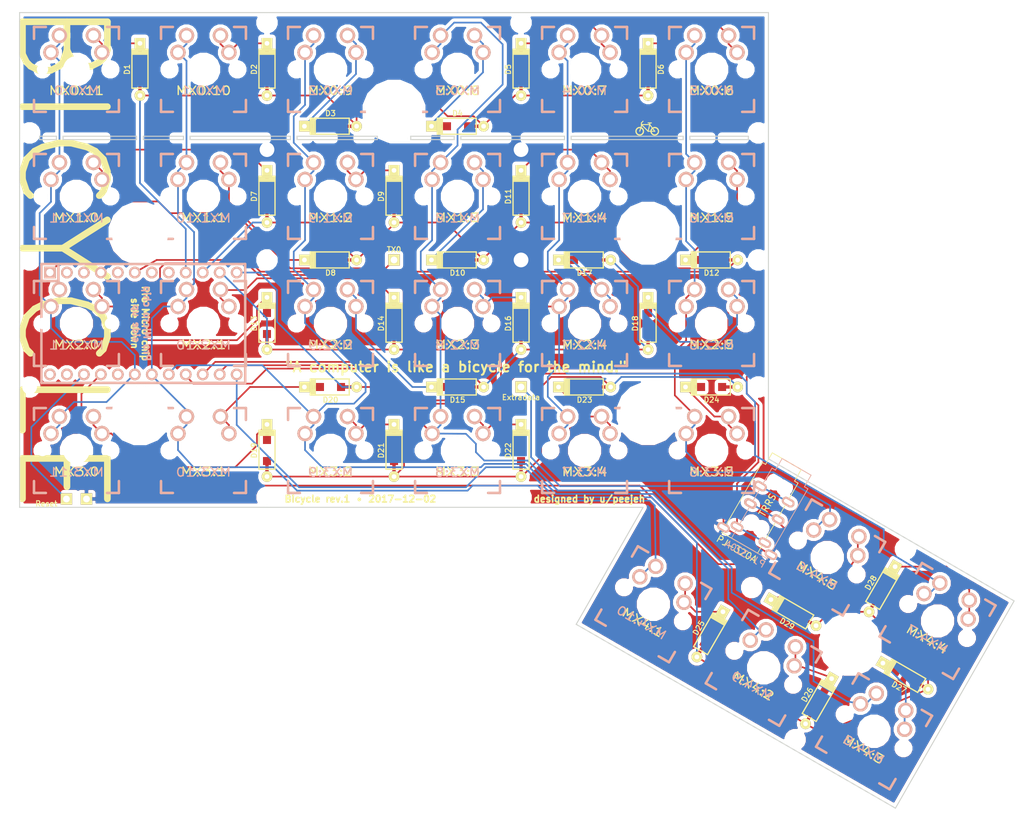
<source format=kicad_pcb>
(kicad_pcb (version 4) (host pcbnew 4.0.7)
  (title_block (title Bicycle) (date 2017-12-02) (rev rev1))
  (layers (0 F.Cu signal) (31 B.Cu signal) (34 B.Paste user) (35 F.Paste user) (36 B.SilkS user) (37 F.SilkS user) (38 B.Mask user) (39 F.Mask user) (44 Edge.Cuts user))
  (net 0 "")
  (net 1 "Net-(D1-Pad1)")
  (net 2 "Net-(D2-Pad1)")
  (net 3 "Net-(D3-Pad1)")
  (net 4 "Net-(D4-Pad1)")
  (net 5 "Net-(D5-Pad1)")
  (net 6 "Net-(D6-Pad1)")
  (net 7 "Net-(D7-Pad1)")
  (net 8 "Net-(D8-Pad1)")
  (net 9 "Net-(D9-Pad1)")
  (net 10 "Net-(D10-Pad1)")
  (net 11 "Net-(D11-Pad1)")
  (net 12 "Net-(D12-Pad1)")
  (net 13 "Net-(D13-Pad1)")
  (net 14 "Net-(D14-Pad1)")
  (net 15 "Net-(D15-Pad1)")
  (net 16 "Net-(D16-Pad1)")
  (net 17 "Net-(D17-Pad1)")
  (net 18 "Net-(D18-Pad1)")
  (net 19 "Net-(D19-Pad1)")
  (net 20 "Net-(D20-Pad1)")
  (net 21 "Net-(D21-Pad1)")
  (net 22 "Net-(D22-Pad1)")
  (net 23 "Net-(D23-Pad1)")
  (net 24 VCC)
  (net 25 GND)
  (net 26 "Net-(U1-Pad2)")
  (net 27 "Net-(U1-Pad5)")
  (net 28 "Net-(U1-Pad24)")
  (net 29 "Net-(U1-Pad20)")
  (net 30 /Row0)
  (net 31 /Row1)
  (net 32 /Row2)
  (net 33 /Row3)
  (net 34 /Col0)
  (net 35 /Col1)
  (net 36 /Col2)
  (net 37 /Col3)
  (net 38 /Col4)
  (net 39 /Col5)
  (net 40 "Net-(J1-Pad1)")
  (net 41 "Net-(EXTRADATA1-Pad1)")
  (net 42 "Net-(RESET1-Pad1)")
  (net 43 "Net-(TX0-Pad1)")
  (net 44 "Net-(U1-Pad3)")
  (net 45 "Net-(U1-Pad23)")
  (net 46 "Net-(U1-Pad7)")
  (net 47 "Net-(U1-Pad8)")
  (net 48 "Net-(D24-Pad1)")
  (net 49 /Row4)
  (net 50 "Net-(D25-Pad1)")
  (net 51 "Net-(D26-Pad1)")
  (net 52 "Net-(D27-Pad1)")
  (net 53 "Net-(D28-Pad1)")
  (net 54 "Net-(D29-Pad1)")
  (module Mounting_Holes:MountingHole_2.2mm_M2 (layer F.Cu) (at 155.5 67.5)
    (fp_text reference M2 hide)
    (fp_text value MountingHole_2.2mm_M2 hide)
    (pad 1 np_thru_hole circle (at 0 0) (size 2.2 2.2) (drill 2.2) (layers *.Cu *.Mask))
  )
  (module Mounting_Holes:MountingHole_2.2mm_M2 (layer F.Cu) (at 155.5 51)
    (fp_text reference M2 hide)
    (fp_text value MountingHole_2.2mm_M2 hide)
    (pad 1 np_thru_hole circle (at 0 0) (size 2.2 2.2) (drill 2.2) (layers *.Cu *.Mask))
  )
  (module Mounting_Holes:MountingHole_2.2mm_M2 (layer F.Cu) (at 117.5 51)
    (fp_text reference M2 hide)
    (fp_text value MountingHole_2.2mm_M2 hide)
    (pad 1 np_thru_hole circle (at 0 0) (size 2.2 2.2) (drill 2.2) (layers *.Cu *.Mask))
  )
  (module Keyboard:MX_DoubleSided (layer B.Cu) (at 184 77 180)
    (fp_text reference MX2:5 (at 0 -3.175 180) (layer F.SilkS) (effects (font (size 1.27 1.524) (thickness 0.2032))))
    (fp_text value MX2:6 (at 0 -3.25 180) (layer B.SilkS) (effects (font (size 1.27 1.524) (thickness 0.2032)) (justify mirror)))
    (pad 1 thru_hole circle (at 2.54 5.08 180) (size 2.286 2.286) (drill 1.4986) (layers *.Cu *.SilkS *.Mask) (net 39 /Col5))
    (pad 2 thru_hole circle (at -2.54 5.08 180) (size 2.286 2.286) (drill 1.4986) (layers *.Cu *.SilkS *.Mask) (net 18 "Net-(D18-Pad1)"))
    (pad 2 thru_hole circle (at -3.81 2.54 180) (size 2.286 2.286) (drill 1.4986) (layers *.Cu *.SilkS *.Mask) (net 18 "Net-(D18-Pad1)"))
    (pad 1 thru_hole circle (at 3.81 2.54 180) (size 2.286 2.286) (drill 1.4986) (layers *.Cu *.SilkS *.Mask) (net 39 /Col5))
    (pad HOLE np_thru_hole circle (at 0 0 180) (size 3.9878 3.9878) (drill 3.9878) (layers *.Cu))
    (pad HOLE np_thru_hole circle (at -5.08 0 180) (size 1.7018 1.7018) (drill 1.7018) (layers *.Cu))
    (pad HOLE np_thru_hole circle (at 5.08 0 180) (size 1.7018 1.7018) (drill 1.7018) (layers *.Cu))
  )
  (module Mounting_Holes:MountingHole_8.4mm_M8 (layer F.Cu) (at 136.5 45.25)
    (fp_text reference M8 hide)
    (fp_text value MountingHole_8.4mm_M8 hide)
    (pad 1 np_thru_hole circle (at 0 0) (size 8.4 8.4) (drill 8.4) (layers *.Cu *.Mask))
  )
  (module Mounting_Holes:MountingHole_2.2mm_M2 (layer F.Cu) (at 82 67.5)
    (fp_text reference M2 hide)
    (fp_text value MountingHole_2.2mm_M2 hide)
    (pad 1 np_thru_hole circle (at 0 0) (size 2.2 2.2) (drill 2.2) (layers *.Cu *.Mask))
  )
  (module Mounting_Holes:MountingHole_2.2mm_M2 (layer F.Cu) (at 191 67.5)
    (fp_text reference M2 hide)
    (fp_text value MountingHole_2.2mm_M2 hide)
    (pad 1 np_thru_hole circle (at 0 0) (size 2.2 2.2) (drill 2.2) (layers *.Cu *.Mask))
  )
  (module Mounting_Holes:MountingHole_8.4mm_M8 (layer F.Cu) (at 174.5 63.5)
    (fp_text reference M8 hide)
    (fp_text value MountingHole_8.4mm_M8 hide)
    (pad 1 np_thru_hole circle (at 0 0) (size 8.4 8.4) (drill 8.4) (layers *.Cu *.Mask))
  )
  (module Mounting_Holes:MountingHole_8.4mm_M8 (layer F.Cu) (at 98.5 63.5)
    (fp_text reference M8 hide)
    (fp_text value MountingHole_8.4mm_M8 hide)
    (pad 1 np_thru_hole circle (at 0 0) (size 8.4 8.4) (drill 8.4) (layers *.Cu *.Mask))
  )
  (module Mounting_Holes:MountingHole_2.2mm_M2 (layer F.Cu) (at 82 48.5)
    (fp_text reference M2 hide)
    (fp_text value MountingHole_2.2mm_M2 hide)
    (pad 1 np_thru_hole circle (at 0 0) (size 2.2 2.2) (drill 2.2) (layers *.Cu *.Mask))
  )
  (module Mounting_Holes:MountingHole_2.2mm_M2 (layer F.Cu) (at 117.5 67.5)
    (fp_text reference M2 hide)
    (fp_text value MountingHole_2.2mm_M2 hide)
    (pad 1 np_thru_hole circle (at 0 0) (size 2.2 2.2) (drill 2.2) (layers *.Cu *.Mask))
  )
  (module Mounting_Holes:MountingHole_2.2mm_M2 (layer F.Cu) (at 155.5 32)
    (fp_text reference M2 hide)
    (fp_text value MountingHole_2.2mm_M2 hide)
    (pad 1 np_thru_hole circle (at 0 0) (size 2.2 2.2) (drill 2.2) (layers *.Cu *.Mask))
  )
  (module Mounting_Holes:MountingHole_2.2mm_M2 (layer F.Cu) (at 117.5 103)
    (fp_text reference M2 hide)
    (fp_text value MountingHole_2.2mm_M2 hide)
    (pad 1 np_thru_hole circle (at 0 0) (size 2.2 2.2) (drill 2.2) (layers *.Cu *.Mask))
  )
  (module keyboard_parts:D_SOD123_axial (layer F.Cu) (at 209.5 116.75 240)
    (fp_text reference D28 (at 0 1.925 240) (layer F.SilkS) (effects (font (size 0.8 0.8))))
    (fp_text value DIODE hide)
    (pad 2 smd rect (at 1.575 0 240) (size 1.2 1.2) (layers F.Cu F.Paste F.Mask) (net 49 /Row4))
    (pad 1 smd rect (at -1.575 0 240) (size 1.2 1.2) (layers F.Cu F.Paste F.Mask) (net 53 "Net-(D28-Pad1)"))
    (pad 1 thru_hole rect (at -3.9 0 240) (size 1.6 1.6) (drill 0.7) (layers *.Cu *.Mask F.SilkS) (net 53 "Net-(D28-Pad1)"))
    (pad 2 thru_hole circle (at 3.9 0 240) (size 1.6 1.6) (drill 0.7) (layers *.Cu *.Mask F.SilkS) (net 49 /Row4))
    (pad 1 smd rect (at -2.7 0 240) (size 2.5 0.5) (layers F.Cu) (net 53 "Net-(D28-Pad1)"))
    (pad 2 smd rect (at 2.7 0 240) (size 2.5 0.5) (layers F.Cu) (net 49 /Row4))
  )
  (module Keyboard:MX_DoubleSided (layer B.Cu) (at 108 77 180)
    (fp_text reference MX2:1 (at 0 -3.175 180) (layer F.SilkS) (effects (font (size 1.27 1.524) (thickness 0.2032))))
    (fp_text value MX2:10 (at 0 -3.25 180) (layer B.SilkS) (effects (font (size 1.27 1.524) (thickness 0.2032)) (justify mirror)))
    (pad 1 thru_hole circle (at 2.54 5.08 180) (size 2.286 2.286) (drill 1.4986) (layers *.Cu *.SilkS *.Mask) (net 35 /Col1))
    (pad 2 thru_hole circle (at -2.54 5.08 180) (size 2.286 2.286) (drill 1.4986) (layers *.Cu *.SilkS *.Mask) (net 14 "Net-(D14-Pad1)"))
    (pad 2 thru_hole circle (at -3.81 2.54 180) (size 2.286 2.286) (drill 1.4986) (layers *.Cu *.SilkS *.Mask) (net 14 "Net-(D14-Pad1)"))
    (pad 1 thru_hole circle (at 3.81 2.54 180) (size 2.286 2.286) (drill 1.4986) (layers *.Cu *.SilkS *.Mask) (net 35 /Col1))
    (pad HOLE np_thru_hole circle (at 0 0 180) (size 3.9878 3.9878) (drill 3.9878) (layers *.Cu))
    (pad HOLE np_thru_hole circle (at -5.08 0 180) (size 1.7018 1.7018) (drill 1.7018) (layers *.Cu))
    (pad HOLE np_thru_hole circle (at 5.08 0 180) (size 1.7018 1.7018) (drill 1.7018) (layers *.Cu))
  )
  (module Keyboard:MX_DoubleSided (layer B.Cu) (at 184 58 180)
    (fp_text reference MX1:5 (at 0 -3.175 180) (layer F.SilkS) (effects (font (size 1.27 1.524) (thickness 0.2032))))
    (fp_text value MX1:6 (at 0 -3.25 180) (layer B.SilkS) (effects (font (size 1.27 1.524) (thickness 0.2032)) (justify mirror)))
    (pad 1 thru_hole circle (at 2.54 5.08 180) (size 2.286 2.286) (drill 1.4986) (layers *.Cu *.SilkS *.Mask) (net 39 /Col5))
    (pad 2 thru_hole circle (at -2.54 5.08 180) (size 2.286 2.286) (drill 1.4986) (layers *.Cu *.SilkS *.Mask) (net 12 "Net-(D12-Pad1)"))
    (pad 2 thru_hole circle (at -3.81 2.54 180) (size 2.286 2.286) (drill 1.4986) (layers *.Cu *.SilkS *.Mask) (net 12 "Net-(D12-Pad1)"))
    (pad 1 thru_hole circle (at 3.81 2.54 180) (size 2.286 2.286) (drill 1.4986) (layers *.Cu *.SilkS *.Mask) (net 39 /Col5))
    (pad HOLE np_thru_hole circle (at 0 0 180) (size 3.9878 3.9878) (drill 3.9878) (layers *.Cu))
    (pad HOLE np_thru_hole circle (at -5.08 0 180) (size 1.7018 1.7018) (drill 1.7018) (layers *.Cu))
    (pad HOLE np_thru_hole circle (at 5.08 0 180) (size 1.7018 1.7018) (drill 1.7018) (layers *.Cu))
  )
  (module Mounting_Holes:MountingHole_8.4mm_M8 (layer F.Cu) (at 204.75 125)
    (fp_text reference M8 hide)
    (fp_text value MountingHole_8.4mm_M8 hide)
    (pad 1 np_thru_hole circle (at 0 0) (size 8.4 8.4) (drill 8.4) (layers *.Cu *.Mask))
  )
  (module Keyboard:MX_DoubleSided (layer B.Cu) (at 108 58 180)
    (fp_text reference MX1:1 (at 0 -3.175 180) (layer F.SilkS) (effects (font (size 1.27 1.524) (thickness 0.2032))))
    (fp_text value MX1:10 (at 0 -3.25 180) (layer B.SilkS) (effects (font (size 1.27 1.524) (thickness 0.2032)) (justify mirror)))
    (pad 1 thru_hole circle (at 2.54 5.08 180) (size 2.286 2.286) (drill 1.4986) (layers *.Cu *.SilkS *.Mask) (net 35 /Col1))
    (pad 2 thru_hole circle (at -2.54 5.08 180) (size 2.286 2.286) (drill 1.4986) (layers *.Cu *.SilkS *.Mask) (net 8 "Net-(D8-Pad1)"))
    (pad 2 thru_hole circle (at -3.81 2.54 180) (size 2.286 2.286) (drill 1.4986) (layers *.Cu *.SilkS *.Mask) (net 8 "Net-(D8-Pad1)"))
    (pad 1 thru_hole circle (at 3.81 2.54 180) (size 2.286 2.286) (drill 1.4986) (layers *.Cu *.SilkS *.Mask) (net 35 /Col1))
    (pad HOLE np_thru_hole circle (at 0 0 180) (size 3.9878 3.9878) (drill 3.9878) (layers *.Cu))
    (pad HOLE np_thru_hole circle (at -5.08 0 180) (size 1.7018 1.7018) (drill 1.7018) (layers *.Cu))
    (pad HOLE np_thru_hole circle (at 5.08 0 180) (size 1.7018 1.7018) (drill 1.7018) (layers *.Cu))
  )
  (module Mounting_Holes:MountingHole_8.4mm_M8 (layer F.Cu) (at 98.5 90.5)
    (fp_text reference M8 hide)
    (fp_text value MountingHole_8.4mm_M8 hide)
    (pad 1 np_thru_hole circle (at 0 0) (size 8.4 8.4) (drill 8.4) (layers *.Cu *.Mask))
  )
  (module Keyboard:MX_DoubleSided (layer B.Cu) (at 165 77 180)
    (fp_text reference MX2:4 (at 0 -3.175 180) (layer F.SilkS) (effects (font (size 1.27 1.524) (thickness 0.2032))))
    (fp_text value MX2:7 (at 0 -3.25 180) (layer B.SilkS) (effects (font (size 1.27 1.524) (thickness 0.2032)) (justify mirror)))
    (pad 1 thru_hole circle (at 2.54 5.08 180) (size 2.286 2.286) (drill 1.4986) (layers *.Cu *.SilkS *.Mask) (net 38 /Col4))
    (pad 2 thru_hole circle (at -2.54 5.08 180) (size 2.286 2.286) (drill 1.4986) (layers *.Cu *.SilkS *.Mask) (net 17 "Net-(D17-Pad1)"))
    (pad 2 thru_hole circle (at -3.81 2.54 180) (size 2.286 2.286) (drill 1.4986) (layers *.Cu *.SilkS *.Mask) (net 17 "Net-(D17-Pad1)"))
    (pad 1 thru_hole circle (at 3.81 2.54 180) (size 2.286 2.286) (drill 1.4986) (layers *.Cu *.SilkS *.Mask) (net 38 /Col4))
    (pad HOLE np_thru_hole circle (at 0 0 180) (size 3.9878 3.9878) (drill 3.9878) (layers *.Cu))
    (pad HOLE np_thru_hole circle (at -5.08 0 180) (size 1.7018 1.7018) (drill 1.7018) (layers *.Cu))
    (pad HOLE np_thru_hole circle (at 5.08 0 180) (size 1.7018 1.7018) (drill 1.7018) (layers *.Cu))
  )
  (module Keyboard:MX_DoubleSided (layer B.Cu) (at 89 77 180)
    (fp_text reference MX2:0 (at 0 -3.175 180) (layer F.SilkS) (effects (font (size 1.27 1.524) (thickness 0.2032))))
    (fp_text value MX2:11 (at 0 -3.25 180) (layer B.SilkS) (effects (font (size 1.27 1.524) (thickness 0.2032)) (justify mirror)))
    (pad 1 thru_hole circle (at 2.54 5.08 180) (size 2.286 2.286) (drill 1.4986) (layers *.Cu *.SilkS *.Mask) (net 34 /Col0))
    (pad 2 thru_hole circle (at -2.54 5.08 180) (size 2.286 2.286) (drill 1.4986) (layers *.Cu *.SilkS *.Mask) (net 13 "Net-(D13-Pad1)"))
    (pad 2 thru_hole circle (at -3.81 2.54 180) (size 2.286 2.286) (drill 1.4986) (layers *.Cu *.SilkS *.Mask) (net 13 "Net-(D13-Pad1)"))
    (pad 1 thru_hole circle (at 3.81 2.54 180) (size 2.286 2.286) (drill 1.4986) (layers *.Cu *.SilkS *.Mask) (net 34 /Col0))
    (pad HOLE np_thru_hole circle (at 0 0 180) (size 3.9878 3.9878) (drill 3.9878) (layers *.Cu))
    (pad HOLE np_thru_hole circle (at -5.08 0 180) (size 1.7018 1.7018) (drill 1.7018) (layers *.Cu))
    (pad HOLE np_thru_hole circle (at 5.08 0 180) (size 1.7018 1.7018) (drill 1.7018) (layers *.Cu))
  )
  (module keyboard_parts:D_SOD123_axial (layer F.Cu) (at 174.5 39 270)
    (fp_text reference D6 (at 0 -1.925 270) (layer F.SilkS) (effects (font (size 0.8 0.8))))
    (fp_text value DIODE hide)
    (pad 2 smd rect (at 1.575 0 270) (size 1.2 1.2) (layers F.Cu F.Paste F.Mask) (net 30 /Row0))
    (pad 1 smd rect (at -1.575 0 270) (size 1.2 1.2) (layers F.Cu F.Paste F.Mask) (net 6 "Net-(D6-Pad1)"))
    (pad 1 thru_hole rect (at -3.9 0 270) (size 1.6 1.6) (drill 0.7) (layers *.Cu *.Mask F.SilkS) (net 6 "Net-(D6-Pad1)"))
    (pad 2 thru_hole circle (at 3.9 0 270) (size 1.6 1.6) (drill 0.7) (layers *.Cu *.Mask F.SilkS) (net 30 /Row0))
    (pad 1 smd rect (at -2.7 0 270) (size 2.5 0.5) (layers F.Cu) (net 6 "Net-(D6-Pad1)"))
    (pad 2 smd rect (at 2.7 0 270) (size 2.5 0.5) (layers F.Cu) (net 30 /Row0))
  )
  (module keyboard_parts:D_SOD123_axial (layer F.Cu) (at 117.5 58 270)
    (fp_text reference D7 (at 0 1.925 270) (layer F.SilkS) (effects (font (size 0.8 0.8))))
    (fp_text value DIODE hide)
    (pad 2 smd rect (at 1.575 0 270) (size 1.2 1.2) (layers F.Cu F.Paste F.Mask) (net 31 /Row1))
    (pad 1 smd rect (at -1.575 0 270) (size 1.2 1.2) (layers F.Cu F.Paste F.Mask) (net 7 "Net-(D7-Pad1)"))
    (pad 1 thru_hole rect (at -3.9 0 270) (size 1.6 1.6) (drill 0.7) (layers *.Cu *.Mask F.SilkS) (net 7 "Net-(D7-Pad1)"))
    (pad 2 thru_hole circle (at 3.9 0 270) (size 1.6 1.6) (drill 0.7) (layers *.Cu *.Mask F.SilkS) (net 31 /Row1))
    (pad 1 smd rect (at -2.7 0 270) (size 2.5 0.5) (layers F.Cu) (net 7 "Net-(D7-Pad1)"))
    (pad 2 smd rect (at 2.7 0 270) (size 2.5 0.5) (layers F.Cu) (net 31 /Row1))
  )
  (module keyboard_parts:D_SOD123_axial (layer F.Cu) (at 127 67.5)
    (fp_text reference D8 (at 0 1.925) (layer F.SilkS) (effects (font (size 0.8 0.8))))
    (fp_text value DIODE hide)
    (pad 2 smd rect (at 1.575 0) (size 1.2 1.2) (layers F.Cu F.Paste F.Mask) (net 31 /Row1))
    (pad 1 smd rect (at -1.575 0) (size 1.2 1.2) (layers F.Cu F.Paste F.Mask) (net 8 "Net-(D8-Pad1)"))
    (pad 1 thru_hole rect (at -3.9 0) (size 1.6 1.6) (drill 0.7) (layers *.Cu *.Mask F.SilkS) (net 8 "Net-(D8-Pad1)"))
    (pad 2 thru_hole circle (at 3.9 0) (size 1.6 1.6) (drill 0.7) (layers *.Cu *.Mask F.SilkS) (net 31 /Row1))
    (pad 1 smd rect (at -2.7 0) (size 2.5 0.5) (layers F.Cu) (net 8 "Net-(D8-Pad1)"))
    (pad 2 smd rect (at 2.7 0) (size 2.5 0.5) (layers F.Cu) (net 31 /Row1))
  )
  (module keyboard_parts:D_SOD123_axial (layer F.Cu) (at 136.5 58 270)
    (fp_text reference D9 (at 0 1.925 270) (layer F.SilkS) (effects (font (size 0.8 0.8))))
    (fp_text value DIODE hide)
    (pad 2 smd rect (at 1.575 0 270) (size 1.2 1.2) (layers F.Cu F.Paste F.Mask) (net 31 /Row1))
    (pad 1 smd rect (at -1.575 0 270) (size 1.2 1.2) (layers F.Cu F.Paste F.Mask) (net 9 "Net-(D9-Pad1)"))
    (pad 1 thru_hole rect (at -3.9 0 270) (size 1.6 1.6) (drill 0.7) (layers *.Cu *.Mask F.SilkS) (net 9 "Net-(D9-Pad1)"))
    (pad 2 thru_hole circle (at 3.9 0 270) (size 1.6 1.6) (drill 0.7) (layers *.Cu *.Mask F.SilkS) (net 31 /Row1))
    (pad 1 smd rect (at -2.7 0 270) (size 2.5 0.5) (layers F.Cu) (net 9 "Net-(D9-Pad1)"))
    (pad 2 smd rect (at 2.7 0 270) (size 2.5 0.5) (layers F.Cu) (net 31 /Row1))
  )
  (module keyboard_parts:D_SOD123_axial (layer F.Cu) (at 146 67.5)
    (fp_text reference D10 (at 0 1.925) (layer F.SilkS) (effects (font (size 0.8 0.8))))
    (fp_text value DIODE hide)
    (pad 2 smd rect (at 1.575 0) (size 1.2 1.2) (layers F.Cu F.Paste F.Mask) (net 31 /Row1))
    (pad 1 smd rect (at -1.575 0) (size 1.2 1.2) (layers F.Cu F.Paste F.Mask) (net 10 "Net-(D10-Pad1)"))
    (pad 1 thru_hole rect (at -3.9 0) (size 1.6 1.6) (drill 0.7) (layers *.Cu *.Mask F.SilkS) (net 10 "Net-(D10-Pad1)"))
    (pad 2 thru_hole circle (at 3.9 0) (size 1.6 1.6) (drill 0.7) (layers *.Cu *.Mask F.SilkS) (net 31 /Row1))
    (pad 1 smd rect (at -2.7 0) (size 2.5 0.5) (layers F.Cu) (net 10 "Net-(D10-Pad1)"))
    (pad 2 smd rect (at 2.7 0) (size 2.5 0.5) (layers F.Cu) (net 31 /Row1))
  )
  (module keyboard_parts:D_SOD123_axial (layer F.Cu) (at 155.5 58 270)
    (fp_text reference D11 (at 0 1.925 270) (layer F.SilkS) (effects (font (size 0.8 0.8))))
    (fp_text value DIODE hide)
    (pad 2 smd rect (at 1.575 0 270) (size 1.2 1.2) (layers F.Cu F.Paste F.Mask) (net 31 /Row1))
    (pad 1 smd rect (at -1.575 0 270) (size 1.2 1.2) (layers F.Cu F.Paste F.Mask) (net 11 "Net-(D11-Pad1)"))
    (pad 1 thru_hole rect (at -3.9 0 270) (size 1.6 1.6) (drill 0.7) (layers *.Cu *.Mask F.SilkS) (net 11 "Net-(D11-Pad1)"))
    (pad 2 thru_hole circle (at 3.9 0 270) (size 1.6 1.6) (drill 0.7) (layers *.Cu *.Mask F.SilkS) (net 31 /Row1))
    (pad 1 smd rect (at -2.7 0 270) (size 2.5 0.5) (layers F.Cu) (net 11 "Net-(D11-Pad1)"))
    (pad 2 smd rect (at 2.7 0 270) (size 2.5 0.5) (layers F.Cu) (net 31 /Row1))
  )
  (module keyboard_parts:D_SOD123_axial (layer F.Cu) (at 184 67.5)
    (fp_text reference D12 (at 0 1.925) (layer F.SilkS) (effects (font (size 0.8 0.8))))
    (fp_text value DIODE hide)
    (pad 2 smd rect (at 1.575 0) (size 1.2 1.2) (layers F.Cu F.Paste F.Mask) (net 31 /Row1))
    (pad 1 smd rect (at -1.575 0) (size 1.2 1.2) (layers F.Cu F.Paste F.Mask) (net 12 "Net-(D12-Pad1)"))
    (pad 1 thru_hole rect (at -3.9 0) (size 1.6 1.6) (drill 0.7) (layers *.Cu *.Mask F.SilkS) (net 12 "Net-(D12-Pad1)"))
    (pad 2 thru_hole circle (at 3.9 0) (size 1.6 1.6) (drill 0.7) (layers *.Cu *.Mask F.SilkS) (net 31 /Row1))
    (pad 1 smd rect (at -2.7 0) (size 2.5 0.5) (layers F.Cu) (net 12 "Net-(D12-Pad1)"))
    (pad 2 smd rect (at 2.7 0) (size 2.5 0.5) (layers F.Cu) (net 31 /Row1))
  )
  (module keyboard_parts:D_SOD123_axial (layer F.Cu) (at 117.5 77 270)
    (fp_text reference D13 (at 0 1.925 270) (layer F.SilkS) (effects (font (size 0.8 0.8))))
    (fp_text value DIODE hide)
    (pad 2 smd rect (at 1.575 0 270) (size 1.2 1.2) (layers F.Cu F.Paste F.Mask) (net 32 /Row2))
    (pad 1 smd rect (at -1.575 0 270) (size 1.2 1.2) (layers F.Cu F.Paste F.Mask) (net 13 "Net-(D13-Pad1)"))
    (pad 1 thru_hole rect (at -3.9 0 270) (size 1.6 1.6) (drill 0.7) (layers *.Cu *.Mask F.SilkS) (net 13 "Net-(D13-Pad1)"))
    (pad 2 thru_hole circle (at 3.9 0 270) (size 1.6 1.6) (drill 0.7) (layers *.Cu *.Mask F.SilkS) (net 32 /Row2))
    (pad 1 smd rect (at -2.7 0 270) (size 2.5 0.5) (layers F.Cu) (net 13 "Net-(D13-Pad1)"))
    (pad 2 smd rect (at 2.7 0 270) (size 2.5 0.5) (layers F.Cu) (net 32 /Row2))
  )
  (module keyboard_parts:D_SOD123_axial (layer F.Cu) (at 136.5 77 270)
    (fp_text reference D14 (at 0 1.925 270) (layer F.SilkS) (effects (font (size 0.8 0.8))))
    (fp_text value DIODE hide)
    (pad 2 smd rect (at 1.575 0 270) (size 1.2 1.2) (layers F.Cu F.Paste F.Mask) (net 32 /Row2))
    (pad 1 smd rect (at -1.575 0 270) (size 1.2 1.2) (layers F.Cu F.Paste F.Mask) (net 14 "Net-(D14-Pad1)"))
    (pad 1 thru_hole rect (at -3.9 0 270) (size 1.6 1.6) (drill 0.7) (layers *.Cu *.Mask F.SilkS) (net 14 "Net-(D14-Pad1)"))
    (pad 2 thru_hole circle (at 3.9 0 270) (size 1.6 1.6) (drill 0.7) (layers *.Cu *.Mask F.SilkS) (net 32 /Row2))
    (pad 1 smd rect (at -2.7 0 270) (size 2.5 0.5) (layers F.Cu) (net 14 "Net-(D14-Pad1)"))
    (pad 2 smd rect (at 2.7 0 270) (size 2.5 0.5) (layers F.Cu) (net 32 /Row2))
  )
  (module keyboard_parts:D_SOD123_axial (layer F.Cu) (at 146 86.5)
    (fp_text reference D15 (at 0 1.925) (layer F.SilkS) (effects (font (size 0.8 0.8))))
    (fp_text value DIODE hide)
    (pad 2 smd rect (at 1.575 0) (size 1.2 1.2) (layers F.Cu F.Paste F.Mask) (net 32 /Row2))
    (pad 1 smd rect (at -1.575 0) (size 1.2 1.2) (layers F.Cu F.Paste F.Mask) (net 15 "Net-(D15-Pad1)"))
    (pad 1 thru_hole rect (at -3.9 0) (size 1.6 1.6) (drill 0.7) (layers *.Cu *.Mask F.SilkS) (net 15 "Net-(D15-Pad1)"))
    (pad 2 thru_hole circle (at 3.9 0) (size 1.6 1.6) (drill 0.7) (layers *.Cu *.Mask F.SilkS) (net 32 /Row2))
    (pad 1 smd rect (at -2.7 0) (size 2.5 0.5) (layers F.Cu) (net 15 "Net-(D15-Pad1)"))
    (pad 2 smd rect (at 2.7 0) (size 2.5 0.5) (layers F.Cu) (net 32 /Row2))
  )
  (module keyboard_parts:D_SOD123_axial (layer F.Cu) (at 155.5 77 270)
    (fp_text reference D16 (at 0 1.925 270) (layer F.SilkS) (effects (font (size 0.8 0.8))))
    (fp_text value DIODE hide)
    (pad 2 smd rect (at 1.575 0 270) (size 1.2 1.2) (layers F.Cu F.Paste F.Mask) (net 32 /Row2))
    (pad 1 smd rect (at -1.575 0 270) (size 1.2 1.2) (layers F.Cu F.Paste F.Mask) (net 16 "Net-(D16-Pad1)"))
    (pad 1 thru_hole rect (at -3.9 0 270) (size 1.6 1.6) (drill 0.7) (layers *.Cu *.Mask F.SilkS) (net 16 "Net-(D16-Pad1)"))
    (pad 2 thru_hole circle (at 3.9 0 270) (size 1.6 1.6) (drill 0.7) (layers *.Cu *.Mask F.SilkS) (net 32 /Row2))
    (pad 1 smd rect (at -2.7 0 270) (size 2.5 0.5) (layers F.Cu) (net 16 "Net-(D16-Pad1)"))
    (pad 2 smd rect (at 2.7 0 270) (size 2.5 0.5) (layers F.Cu) (net 32 /Row2))
  )
  (module keyboard_parts:D_SOD123_axial (layer F.Cu) (at 165 67.5)
    (fp_text reference D17 (at 0 1.925) (layer F.SilkS) (effects (font (size 0.8 0.8))))
    (fp_text value DIODE hide)
    (pad 2 smd rect (at 1.575 0) (size 1.2 1.2) (layers F.Cu F.Paste F.Mask) (net 32 /Row2))
    (pad 1 smd rect (at -1.575 0) (size 1.2 1.2) (layers F.Cu F.Paste F.Mask) (net 17 "Net-(D17-Pad1)"))
    (pad 1 thru_hole rect (at -3.9 0) (size 1.6 1.6) (drill 0.7) (layers *.Cu *.Mask F.SilkS) (net 17 "Net-(D17-Pad1)"))
    (pad 2 thru_hole circle (at 3.9 0) (size 1.6 1.6) (drill 0.7) (layers *.Cu *.Mask F.SilkS) (net 32 /Row2))
    (pad 1 smd rect (at -2.7 0) (size 2.5 0.5) (layers F.Cu) (net 17 "Net-(D17-Pad1)"))
    (pad 2 smd rect (at 2.7 0) (size 2.5 0.5) (layers F.Cu) (net 32 /Row2))
  )
  (module keyboard_parts:D_SOD123_axial (layer F.Cu) (at 174.5 77 270)
    (fp_text reference D18 (at 0 1.925 270) (layer F.SilkS) (effects (font (size 0.8 0.8))))
    (fp_text value DIODE hide)
    (pad 2 smd rect (at 1.575 0 270) (size 1.2 1.2) (layers F.Cu F.Paste F.Mask) (net 32 /Row2))
    (pad 1 smd rect (at -1.575 0 270) (size 1.2 1.2) (layers F.Cu F.Paste F.Mask) (net 18 "Net-(D18-Pad1)"))
    (pad 1 thru_hole rect (at -3.9 0 270) (size 1.6 1.6) (drill 0.7) (layers *.Cu *.Mask F.SilkS) (net 18 "Net-(D18-Pad1)"))
    (pad 2 thru_hole circle (at 3.9 0 270) (size 1.6 1.6) (drill 0.7) (layers *.Cu *.Mask F.SilkS) (net 32 /Row2))
    (pad 1 smd rect (at -2.7 0 270) (size 2.5 0.5) (layers F.Cu) (net 18 "Net-(D18-Pad1)"))
    (pad 2 smd rect (at 2.7 0 270) (size 2.5 0.5) (layers F.Cu) (net 32 /Row2))
  )
  (module keyboard_parts:D_SOD123_axial (layer F.Cu) (at 117.5 96 270)
    (fp_text reference D19 (at 0 1.925 270) (layer F.SilkS) (effects (font (size 0.8 0.8))))
    (fp_text value DIODE hide)
    (pad 2 smd rect (at 1.575 0 270) (size 1.2 1.2) (layers F.Cu F.Paste F.Mask) (net 33 /Row3))
    (pad 1 smd rect (at -1.575 0 270) (size 1.2 1.2) (layers F.Cu F.Paste F.Mask) (net 19 "Net-(D19-Pad1)"))
    (pad 1 thru_hole rect (at -3.9 0 270) (size 1.6 1.6) (drill 0.7) (layers *.Cu *.Mask F.SilkS) (net 19 "Net-(D19-Pad1)"))
    (pad 2 thru_hole circle (at 3.9 0 270) (size 1.6 1.6) (drill 0.7) (layers *.Cu *.Mask F.SilkS) (net 33 /Row3))
    (pad 1 smd rect (at -2.7 0 270) (size 2.5 0.5) (layers F.Cu) (net 19 "Net-(D19-Pad1)"))
    (pad 2 smd rect (at 2.7 0 270) (size 2.5 0.5) (layers F.Cu) (net 33 /Row3))
  )
  (module keyboard_parts:D_SOD123_axial (layer F.Cu) (at 127 86.5)
    (fp_text reference D20 (at 0 1.925) (layer F.SilkS) (effects (font (size 0.8 0.8))))
    (fp_text value DIODE hide)
    (pad 2 smd rect (at 1.575 0) (size 1.2 1.2) (layers F.Cu F.Paste F.Mask) (net 33 /Row3))
    (pad 1 smd rect (at -1.575 0) (size 1.2 1.2) (layers F.Cu F.Paste F.Mask) (net 20 "Net-(D20-Pad1)"))
    (pad 1 thru_hole rect (at -3.9 0) (size 1.6 1.6) (drill 0.7) (layers *.Cu *.Mask F.SilkS) (net 20 "Net-(D20-Pad1)"))
    (pad 2 thru_hole circle (at 3.9 0) (size 1.6 1.6) (drill 0.7) (layers *.Cu *.Mask F.SilkS) (net 33 /Row3))
    (pad 1 smd rect (at -2.7 0) (size 2.5 0.5) (layers F.Cu) (net 20 "Net-(D20-Pad1)"))
    (pad 2 smd rect (at 2.7 0) (size 2.5 0.5) (layers F.Cu) (net 33 /Row3))
  )
  (module keyboard_parts:D_SOD123_axial (layer F.Cu) (at 136.5 96 270)
    (fp_text reference D21 (at 0 1.925 270) (layer F.SilkS) (effects (font (size 0.8 0.8))))
    (fp_text value DIODE hide)
    (pad 2 smd rect (at 1.575 0 270) (size 1.2 1.2) (layers F.Cu F.Paste F.Mask) (net 33 /Row3))
    (pad 1 smd rect (at -1.575 0 270) (size 1.2 1.2) (layers F.Cu F.Paste F.Mask) (net 21 "Net-(D21-Pad1)"))
    (pad 1 thru_hole rect (at -3.9 0 270) (size 1.6 1.6) (drill 0.7) (layers *.Cu *.Mask F.SilkS) (net 21 "Net-(D21-Pad1)"))
    (pad 2 thru_hole circle (at 3.9 0 270) (size 1.6 1.6) (drill 0.7) (layers *.Cu *.Mask F.SilkS) (net 33 /Row3))
    (pad 1 smd rect (at -2.7 0 270) (size 2.5 0.5) (layers F.Cu) (net 21 "Net-(D21-Pad1)"))
    (pad 2 smd rect (at 2.7 0 270) (size 2.5 0.5) (layers F.Cu) (net 33 /Row3))
  )
  (module keyboard_parts:D_SOD123_axial (layer F.Cu) (at 155.5 96 270)
    (fp_text reference D22 (at 0 1.925 270) (layer F.SilkS) (effects (font (size 0.8 0.8))))
    (fp_text value DIODE hide)
    (pad 2 smd rect (at 1.575 0 270) (size 1.2 1.2) (layers F.Cu F.Paste F.Mask) (net 33 /Row3))
    (pad 1 smd rect (at -1.575 0 270) (size 1.2 1.2) (layers F.Cu F.Paste F.Mask) (net 22 "Net-(D22-Pad1)"))
    (pad 1 thru_hole rect (at -3.9 0 270) (size 1.6 1.6) (drill 0.7) (layers *.Cu *.Mask F.SilkS) (net 22 "Net-(D22-Pad1)"))
    (pad 2 thru_hole circle (at 3.9 0 270) (size 1.6 1.6) (drill 0.7) (layers *.Cu *.Mask F.SilkS) (net 33 /Row3))
    (pad 1 smd rect (at -2.7 0 270) (size 2.5 0.5) (layers F.Cu) (net 22 "Net-(D22-Pad1)"))
    (pad 2 smd rect (at 2.7 0 270) (size 2.5 0.5) (layers F.Cu) (net 33 /Row3))
  )
  (module keyboard_parts:D_SOD123_axial (layer F.Cu) (at 165 86.5)
    (fp_text reference D23 (at 0 1.925) (layer F.SilkS) (effects (font (size 0.8 0.8))))
    (fp_text value DIODE hide)
    (pad 2 smd rect (at 1.575 0) (size 1.2 1.2) (layers F.Cu F.Paste F.Mask) (net 33 /Row3))
    (pad 1 smd rect (at -1.575 0) (size 1.2 1.2) (layers F.Cu F.Paste F.Mask) (net 23 "Net-(D23-Pad1)"))
    (pad 1 thru_hole rect (at -3.9 0) (size 1.6 1.6) (drill 0.7) (layers *.Cu *.Mask F.SilkS) (net 23 "Net-(D23-Pad1)"))
    (pad 2 thru_hole circle (at 3.9 0) (size 1.6 1.6) (drill 0.7) (layers *.Cu *.Mask F.SilkS) (net 33 /Row3))
    (pad 1 smd rect (at -2.7 0) (size 2.5 0.5) (layers F.Cu) (net 23 "Net-(D23-Pad1)"))
    (pad 2 smd rect (at 2.7 0) (size 2.5 0.5) (layers F.Cu) (net 33 /Row3))
  )
  (module keyboard_parts:D_SOD123_axial (layer F.Cu) (at 183.75 123.5 240)
    (fp_text reference D25 (at 0 1.925 240) (layer F.SilkS) (effects (font (size 0.8 0.8))))
    (fp_text value DIODE hide)
    (pad 2 smd rect (at 1.575 0 240) (size 1.2 1.2) (layers F.Cu F.Paste F.Mask) (net 49 /Row4))
    (pad 1 smd rect (at -1.575 0 240) (size 1.2 1.2) (layers F.Cu F.Paste F.Mask) (net 50 "Net-(D25-Pad1)"))
    (pad 1 thru_hole rect (at -3.9 0 240) (size 1.6 1.6) (drill 0.7) (layers *.Cu *.Mask F.SilkS) (net 50 "Net-(D25-Pad1)"))
    (pad 2 thru_hole circle (at 3.9 0 240) (size 1.6 1.6) (drill 0.7) (layers *.Cu *.Mask F.SilkS) (net 49 /Row4))
    (pad 1 smd rect (at -2.7 0 240) (size 2.5 0.5) (layers F.Cu) (net 50 "Net-(D25-Pad1)"))
    (pad 2 smd rect (at 2.7 0 240) (size 2.5 0.5) (layers F.Cu) (net 49 /Row4))
  )
  (module keyboard_parts:D_SOD123_axial (layer F.Cu) (at 200 133.5 240)
    (fp_text reference D26 (at 0 1.925 240) (layer F.SilkS) (effects (font (size 0.8 0.8))))
    (fp_text value DIODE hide)
    (pad 2 smd rect (at 1.575 0 240) (size 1.2 1.2) (layers F.Cu F.Paste F.Mask) (net 49 /Row4))
    (pad 1 smd rect (at -1.575 0 240) (size 1.2 1.2) (layers F.Cu F.Paste F.Mask) (net 51 "Net-(D26-Pad1)"))
    (pad 1 thru_hole rect (at -3.9 0 240) (size 1.6 1.6) (drill 0.7) (layers *.Cu *.Mask F.SilkS) (net 51 "Net-(D26-Pad1)"))
    (pad 2 thru_hole circle (at 3.9 0 240) (size 1.6 1.6) (drill 0.7) (layers *.Cu *.Mask F.SilkS) (net 49 /Row4))
    (pad 1 smd rect (at -2.7 0 240) (size 2.5 0.5) (layers F.Cu) (net 51 "Net-(D26-Pad1)"))
    (pad 2 smd rect (at 2.7 0 240) (size 2.5 0.5) (layers F.Cu) (net 49 /Row4))
  )
  (module keyboard_parts:D_SOD123_axial (layer F.Cu) (at 213 129.75 330)
    (fp_text reference D27 (at 0 1.925 330) (layer F.SilkS) (effects (font (size 0.8 0.8))))
    (fp_text value DIODE hide)
    (pad 2 smd rect (at 1.575 0 330) (size 1.2 1.2) (layers F.Cu F.Paste F.Mask) (net 49 /Row4))
    (pad 1 smd rect (at -1.575 0 330) (size 1.2 1.2) (layers F.Cu F.Paste F.Mask) (net 52 "Net-(D27-Pad1)"))
    (pad 1 thru_hole rect (at -3.9 0 330) (size 1.6 1.6) (drill 0.7) (layers *.Cu *.Mask F.SilkS) (net 52 "Net-(D27-Pad1)"))
    (pad 2 thru_hole circle (at 3.9 0 330) (size 1.6 1.6) (drill 0.7) (layers *.Cu *.Mask F.SilkS) (net 49 /Row4))
    (pad 1 smd rect (at -2.7 0 330) (size 2.5 0.5) (layers F.Cu) (net 52 "Net-(D27-Pad1)"))
    (pad 2 smd rect (at 2.7 0 330) (size 2.5 0.5) (layers F.Cu) (net 49 /Row4))
  )
  (module keyboard_parts:D_SOD123_axial (layer F.Cu) (at 196.25 120.25 330)
    (fp_text reference D29 (at 0 1.925 330) (layer F.SilkS) (effects (font (size 0.8 0.8))))
    (fp_text value DIODE hide)
    (pad 2 smd rect (at 1.575 0 330) (size 1.2 1.2) (layers F.Cu F.Paste F.Mask) (net 49 /Row4))
    (pad 1 smd rect (at -1.575 0 330) (size 1.2 1.2) (layers F.Cu F.Paste F.Mask) (net 54 "Net-(D29-Pad1)"))
    (pad 1 thru_hole rect (at -3.9 0 330) (size 1.6 1.6) (drill 0.7) (layers *.Cu *.Mask F.SilkS) (net 54 "Net-(D29-Pad1)"))
    (pad 2 thru_hole circle (at 3.9 0 330) (size 1.6 1.6) (drill 0.7) (layers *.Cu *.Mask F.SilkS) (net 49 /Row4))
    (pad 1 smd rect (at -2.7 0 330) (size 2.5 0.5) (layers F.Cu) (net 54 "Net-(D29-Pad1)"))
    (pad 2 smd rect (at 2.7 0 330) (size 2.5 0.5) (layers F.Cu) (net 49 /Row4))
  )
  (module Keyboard:PJ320A_3.5mm_Jack (layer F.Cu) (at 191.75 105.25 240)
    (fp_text reference J1 hide)
    (fp_text value TRRS (at -1.25 0 240) (layer F.SilkS))
    (pad "" np_thru_hole circle (at 2.225 -0.9 60) (size 1.5 1.5) (drill 1.5) (layers *.Cu *.Mask))
    (pad "" np_thru_hole circle (at -4.775 -0.9 60) (size 1.5 1.5) (drill 1.5) (layers *.Cu *.Mask))
    (pad 3 thru_hole oval (at -3.175 2.35 60) (size 1.2 2) (drill oval 0.6 1.4) (layers *.Cu *.SilkS *.Mask) (net 41 "Net-(EXTRADATA1-Pad1)"))
    (pad 2 thru_hole oval (at -0.175 2.35 60) (size 1.2 2) (drill oval 0.6 1.2) (layers *.Cu *.SilkS *.Mask) (net 24 VCC))
    (pad 1 thru_hole oval (at 3.825 2.35 60) (size 1.2 2) (drill oval 0.6 1.4) (layers *.Cu *.SilkS *.Mask) (net 40 "Net-(J1-Pad1)"))
    (pad 4 thru_hole oval (at 4.925 -4.15 60) (size 1.2 2) (drill oval 0.6 1.4) (layers *.Cu *.SilkS *.Mask) (net 25 GND))
    (pad 4 thru_hole oval (at 4.925 4.05 240) (size 1.2 2) (drill oval 0.6 1.4) (layers *.Cu *.SilkS *.Mask) (net 25 GND))
    (pad 1 thru_hole oval (at 3.825 -2.45 240) (size 1.2 2) (drill oval 0.6 1.4) (layers *.Cu *.SilkS *.Mask) (net 40 "Net-(J1-Pad1)"))
    (pad 2 thru_hole oval (at -0.175 -2.45 240) (size 1.2 2) (drill oval 0.6 1.2) (layers *.Cu *.SilkS *.Mask) (net 24 VCC))
    (pad 3 thru_hole oval (at -3.175 -2.45 240) (size 1.2 2) (drill oval 0.6 1.4) (layers *.Cu *.SilkS *.Mask) (net 41 "Net-(EXTRADATA1-Pad1)"))
    (pad "" np_thru_hole circle (at -4.775 0.8 240) (size 1.5 1.5) (drill 1.5) (layers *.Cu *.Mask))
    (pad "" np_thru_hole circle (at 2.225 0.8 240) (size 1.5 1.5) (drill 1.5) (layers *.Cu *.Mask))
  )
  (module Keyboard:MX_DoubleSided (layer B.Cu) (at 89 58 180)
    (fp_text reference MX1:0 (at 0 -3.175 180) (layer F.SilkS) (effects (font (size 1.27 1.524) (thickness 0.2032))))
    (fp_text value MX1:11 (at 0 -3.25 180) (layer B.SilkS) (effects (font (size 1.27 1.524) (thickness 0.2032)) (justify mirror)))
    (pad 1 thru_hole circle (at 2.54 5.08 180) (size 2.286 2.286) (drill 1.4986) (layers *.Cu *.SilkS *.Mask) (net 34 /Col0))
    (pad 2 thru_hole circle (at -2.54 5.08 180) (size 2.286 2.286) (drill 1.4986) (layers *.Cu *.SilkS *.Mask) (net 7 "Net-(D7-Pad1)"))
    (pad 2 thru_hole circle (at -3.81 2.54 180) (size 2.286 2.286) (drill 1.4986) (layers *.Cu *.SilkS *.Mask) (net 7 "Net-(D7-Pad1)"))
    (pad 1 thru_hole circle (at 3.81 2.54 180) (size 2.286 2.286) (drill 1.4986) (layers *.Cu *.SilkS *.Mask) (net 34 /Col0))
    (pad HOLE np_thru_hole circle (at 0 0 180) (size 3.9878 3.9878) (drill 3.9878) (layers *.Cu))
    (pad HOLE np_thru_hole circle (at -5.08 0 180) (size 1.7018 1.7018) (drill 1.7018) (layers *.Cu))
    (pad HOLE np_thru_hole circle (at 5.08 0 180) (size 1.7018 1.7018) (drill 1.7018) (layers *.Cu))
  )
  (module Keyboard:MX_DoubleSided (layer B.Cu) (at 127 58 180)
    (fp_text reference MX1:2 (at 0 -3.175 180) (layer F.SilkS) (effects (font (size 1.27 1.524) (thickness 0.2032))))
    (fp_text value MX1:9 (at 0 -3.25 180) (layer B.SilkS) (effects (font (size 1.27 1.524) (thickness 0.2032)) (justify mirror)))
    (pad 1 thru_hole circle (at 2.54 5.08 180) (size 2.286 2.286) (drill 1.4986) (layers *.Cu *.SilkS *.Mask) (net 36 /Col2))
    (pad 2 thru_hole circle (at -2.54 5.08 180) (size 2.286 2.286) (drill 1.4986) (layers *.Cu *.SilkS *.Mask) (net 9 "Net-(D9-Pad1)"))
    (pad 2 thru_hole circle (at -3.81 2.54 180) (size 2.286 2.286) (drill 1.4986) (layers *.Cu *.SilkS *.Mask) (net 9 "Net-(D9-Pad1)"))
    (pad 1 thru_hole circle (at 3.81 2.54 180) (size 2.286 2.286) (drill 1.4986) (layers *.Cu *.SilkS *.Mask) (net 36 /Col2))
    (pad HOLE np_thru_hole circle (at 0 0 180) (size 3.9878 3.9878) (drill 3.9878) (layers *.Cu))
    (pad HOLE np_thru_hole circle (at -5.08 0 180) (size 1.7018 1.7018) (drill 1.7018) (layers *.Cu))
    (pad HOLE np_thru_hole circle (at 5.08 0 180) (size 1.7018 1.7018) (drill 1.7018) (layers *.Cu))
  )
  (module Keyboard:MX_DoubleSided (layer B.Cu) (at 146 58 180)
    (fp_text reference MX1:3 (at 0 -3.175 180) (layer F.SilkS) (effects (font (size 1.27 1.524) (thickness 0.2032))))
    (fp_text value MX1:8 (at 0 -3.25 180) (layer B.SilkS) (effects (font (size 1.27 1.524) (thickness 0.2032)) (justify mirror)))
    (pad 1 thru_hole circle (at 2.54 5.08 180) (size 2.286 2.286) (drill 1.4986) (layers *.Cu *.SilkS *.Mask) (net 37 /Col3))
    (pad 2 thru_hole circle (at -2.54 5.08 180) (size 2.286 2.286) (drill 1.4986) (layers *.Cu *.SilkS *.Mask) (net 10 "Net-(D10-Pad1)"))
    (pad 2 thru_hole circle (at -3.81 2.54 180) (size 2.286 2.286) (drill 1.4986) (layers *.Cu *.SilkS *.Mask) (net 10 "Net-(D10-Pad1)"))
    (pad 1 thru_hole circle (at 3.81 2.54 180) (size 2.286 2.286) (drill 1.4986) (layers *.Cu *.SilkS *.Mask) (net 37 /Col3))
    (pad HOLE np_thru_hole circle (at 0 0 180) (size 3.9878 3.9878) (drill 3.9878) (layers *.Cu))
    (pad HOLE np_thru_hole circle (at -5.08 0 180) (size 1.7018 1.7018) (drill 1.7018) (layers *.Cu))
    (pad HOLE np_thru_hole circle (at 5.08 0 180) (size 1.7018 1.7018) (drill 1.7018) (layers *.Cu))
  )
  (module Keyboard:MX_DoubleSided (layer B.Cu) (at 165 58 180)
    (fp_text reference MX1:4 (at 0 -3.175 180) (layer F.SilkS) (effects (font (size 1.27 1.524) (thickness 0.2032))))
    (fp_text value MX1:7 (at 0 -3.25 180) (layer B.SilkS) (effects (font (size 1.27 1.524) (thickness 0.2032)) (justify mirror)))
    (pad 1 thru_hole circle (at 2.54 5.08 180) (size 2.286 2.286) (drill 1.4986) (layers *.Cu *.SilkS *.Mask) (net 38 /Col4))
    (pad 2 thru_hole circle (at -2.54 5.08 180) (size 2.286 2.286) (drill 1.4986) (layers *.Cu *.SilkS *.Mask) (net 11 "Net-(D11-Pad1)"))
    (pad 2 thru_hole circle (at -3.81 2.54 180) (size 2.286 2.286) (drill 1.4986) (layers *.Cu *.SilkS *.Mask) (net 11 "Net-(D11-Pad1)"))
    (pad 1 thru_hole circle (at 3.81 2.54 180) (size 2.286 2.286) (drill 1.4986) (layers *.Cu *.SilkS *.Mask) (net 38 /Col4))
    (pad HOLE np_thru_hole circle (at 0 0 180) (size 3.9878 3.9878) (drill 3.9878) (layers *.Cu))
    (pad HOLE np_thru_hole circle (at -5.08 0 180) (size 1.7018 1.7018) (drill 1.7018) (layers *.Cu))
    (pad HOLE np_thru_hole circle (at 5.08 0 180) (size 1.7018 1.7018) (drill 1.7018) (layers *.Cu))
  )
  (module Keyboard:MX_DoubleSided (layer B.Cu) (at 127 77 180)
    (fp_text reference MX2:2 (at 0 -3.175 180) (layer F.SilkS) (effects (font (size 1.27 1.524) (thickness 0.2032))))
    (fp_text value MX2:9 (at 0 -3.25 180) (layer B.SilkS) (effects (font (size 1.27 1.524) (thickness 0.2032)) (justify mirror)))
    (pad 1 thru_hole circle (at 2.54 5.08 180) (size 2.286 2.286) (drill 1.4986) (layers *.Cu *.SilkS *.Mask) (net 36 /Col2))
    (pad 2 thru_hole circle (at -2.54 5.08 180) (size 2.286 2.286) (drill 1.4986) (layers *.Cu *.SilkS *.Mask) (net 15 "Net-(D15-Pad1)"))
    (pad 2 thru_hole circle (at -3.81 2.54 180) (size 2.286 2.286) (drill 1.4986) (layers *.Cu *.SilkS *.Mask) (net 15 "Net-(D15-Pad1)"))
    (pad 1 thru_hole circle (at 3.81 2.54 180) (size 2.286 2.286) (drill 1.4986) (layers *.Cu *.SilkS *.Mask) (net 36 /Col2))
    (pad HOLE np_thru_hole circle (at 0 0 180) (size 3.9878 3.9878) (drill 3.9878) (layers *.Cu))
    (pad HOLE np_thru_hole circle (at -5.08 0 180) (size 1.7018 1.7018) (drill 1.7018) (layers *.Cu))
    (pad HOLE np_thru_hole circle (at 5.08 0 180) (size 1.7018 1.7018) (drill 1.7018) (layers *.Cu))
  )
  (module Keyboard:MX_DoubleSided (layer B.Cu) (at 146 77 180)
    (fp_text reference MX2:3 (at 0 -3.175 180) (layer F.SilkS) (effects (font (size 1.27 1.524) (thickness 0.2032))))
    (fp_text value MX2:8 (at 0 -3.25 180) (layer B.SilkS) (effects (font (size 1.27 1.524) (thickness 0.2032)) (justify mirror)))
    (pad 1 thru_hole circle (at 2.54 5.08 180) (size 2.286 2.286) (drill 1.4986) (layers *.Cu *.SilkS *.Mask) (net 37 /Col3))
    (pad 2 thru_hole circle (at -2.54 5.08 180) (size 2.286 2.286) (drill 1.4986) (layers *.Cu *.SilkS *.Mask) (net 16 "Net-(D16-Pad1)"))
    (pad 2 thru_hole circle (at -3.81 2.54 180) (size 2.286 2.286) (drill 1.4986) (layers *.Cu *.SilkS *.Mask) (net 16 "Net-(D16-Pad1)"))
    (pad 1 thru_hole circle (at 3.81 2.54 180) (size 2.286 2.286) (drill 1.4986) (layers *.Cu *.SilkS *.Mask) (net 37 /Col3))
    (pad HOLE np_thru_hole circle (at 0 0 180) (size 3.9878 3.9878) (drill 3.9878) (layers *.Cu))
    (pad HOLE np_thru_hole circle (at -5.08 0 180) (size 1.7018 1.7018) (drill 1.7018) (layers *.Cu))
    (pad HOLE np_thru_hole circle (at 5.08 0 180) (size 1.7018 1.7018) (drill 1.7018) (layers *.Cu))
  )
  (module Keyboard:MX_DoubleSided (layer B.Cu) (at 89 96 180)
    (fp_text reference MX3:0 (at 0 -3.175 180) (layer F.SilkS) (effects (font (size 1.27 1.524) (thickness 0.2032))))
    (fp_text value MX3:11 (at 0 -3.25 180) (layer B.SilkS) (effects (font (size 1.27 1.524) (thickness 0.2032)) (justify mirror)))
    (pad 1 thru_hole circle (at 2.54 5.08 180) (size 2.286 2.286) (drill 1.4986) (layers *.Cu *.SilkS *.Mask) (net 34 /Col0))
    (pad 2 thru_hole circle (at -2.54 5.08 180) (size 2.286 2.286) (drill 1.4986) (layers *.Cu *.SilkS *.Mask) (net 19 "Net-(D19-Pad1)"))
    (pad 2 thru_hole circle (at -3.81 2.54 180) (size 2.286 2.286) (drill 1.4986) (layers *.Cu *.SilkS *.Mask) (net 19 "Net-(D19-Pad1)"))
    (pad 1 thru_hole circle (at 3.81 2.54 180) (size 2.286 2.286) (drill 1.4986) (layers *.Cu *.SilkS *.Mask) (net 34 /Col0))
    (pad HOLE np_thru_hole circle (at 0 0 180) (size 3.9878 3.9878) (drill 3.9878) (layers *.Cu))
    (pad HOLE np_thru_hole circle (at -5.08 0 180) (size 1.7018 1.7018) (drill 1.7018) (layers *.Cu))
    (pad HOLE np_thru_hole circle (at 5.08 0 180) (size 1.7018 1.7018) (drill 1.7018) (layers *.Cu))
  )
  (module Keyboard:MX_DoubleSided (layer B.Cu) (at 108 96 180)
    (fp_text reference MX3:1 (at 0 -3.175 180) (layer F.SilkS) (effects (font (size 1.27 1.524) (thickness 0.2032))))
    (fp_text value MX3:10 (at 0 -3.25 180) (layer B.SilkS) (effects (font (size 1.27 1.524) (thickness 0.2032)) (justify mirror)))
    (pad 1 thru_hole circle (at 2.54 5.08 180) (size 2.286 2.286) (drill 1.4986) (layers *.Cu *.SilkS *.Mask) (net 35 /Col1))
    (pad 2 thru_hole circle (at -2.54 5.08 180) (size 2.286 2.286) (drill 1.4986) (layers *.Cu *.SilkS *.Mask) (net 20 "Net-(D20-Pad1)"))
    (pad 2 thru_hole circle (at -3.81 2.54 180) (size 2.286 2.286) (drill 1.4986) (layers *.Cu *.SilkS *.Mask) (net 20 "Net-(D20-Pad1)"))
    (pad 1 thru_hole circle (at 3.81 2.54 180) (size 2.286 2.286) (drill 1.4986) (layers *.Cu *.SilkS *.Mask) (net 35 /Col1))
    (pad HOLE np_thru_hole circle (at 0 0 180) (size 3.9878 3.9878) (drill 3.9878) (layers *.Cu))
    (pad HOLE np_thru_hole circle (at -5.08 0 180) (size 1.7018 1.7018) (drill 1.7018) (layers *.Cu))
    (pad HOLE np_thru_hole circle (at 5.08 0 180) (size 1.7018 1.7018) (drill 1.7018) (layers *.Cu))
  )
  (module Keyboard:MX_DoubleSided (layer B.Cu) (at 127 96 180)
    (fp_text reference MX3:2 (at 0 -3.175 180) (layer F.SilkS) (effects (font (size 1.27 1.524) (thickness 0.2032))))
    (fp_text value MX3:9 (at 0 -3.25 180) (layer B.SilkS) (effects (font (size 1.27 1.524) (thickness 0.2032)) (justify mirror)))
    (pad 1 thru_hole circle (at 2.54 5.08 180) (size 2.286 2.286) (drill 1.4986) (layers *.Cu *.SilkS *.Mask) (net 36 /Col2))
    (pad 2 thru_hole circle (at -2.54 5.08 180) (size 2.286 2.286) (drill 1.4986) (layers *.Cu *.SilkS *.Mask) (net 21 "Net-(D21-Pad1)"))
    (pad 2 thru_hole circle (at -3.81 2.54 180) (size 2.286 2.286) (drill 1.4986) (layers *.Cu *.SilkS *.Mask) (net 21 "Net-(D21-Pad1)"))
    (pad 1 thru_hole circle (at 3.81 2.54 180) (size 2.286 2.286) (drill 1.4986) (layers *.Cu *.SilkS *.Mask) (net 36 /Col2))
    (pad HOLE np_thru_hole circle (at 0 0 180) (size 3.9878 3.9878) (drill 3.9878) (layers *.Cu))
    (pad HOLE np_thru_hole circle (at -5.08 0 180) (size 1.7018 1.7018) (drill 1.7018) (layers *.Cu))
    (pad HOLE np_thru_hole circle (at 5.08 0 180) (size 1.7018 1.7018) (drill 1.7018) (layers *.Cu))
  )
  (module Keyboard:MX_DoubleSided (layer B.Cu) (at 146 96 180)
    (fp_text reference MX3:3 (at 0 -3.175 180) (layer F.SilkS) (effects (font (size 1.27 1.524) (thickness 0.2032))))
    (fp_text value MX3:8 (at 0 -3.25 180) (layer B.SilkS) (effects (font (size 1.27 1.524) (thickness 0.2032)) (justify mirror)))
    (pad 1 thru_hole circle (at 2.54 5.08 180) (size 2.286 2.286) (drill 1.4986) (layers *.Cu *.SilkS *.Mask) (net 37 /Col3))
    (pad 2 thru_hole circle (at -2.54 5.08 180) (size 2.286 2.286) (drill 1.4986) (layers *.Cu *.SilkS *.Mask) (net 22 "Net-(D22-Pad1)"))
    (pad 2 thru_hole circle (at -3.81 2.54 180) (size 2.286 2.286) (drill 1.4986) (layers *.Cu *.SilkS *.Mask) (net 22 "Net-(D22-Pad1)"))
    (pad 1 thru_hole circle (at 3.81 2.54 180) (size 2.286 2.286) (drill 1.4986) (layers *.Cu *.SilkS *.Mask) (net 37 /Col3))
    (pad HOLE np_thru_hole circle (at 0 0 180) (size 3.9878 3.9878) (drill 3.9878) (layers *.Cu))
    (pad HOLE np_thru_hole circle (at -5.08 0 180) (size 1.7018 1.7018) (drill 1.7018) (layers *.Cu))
    (pad HOLE np_thru_hole circle (at 5.08 0 180) (size 1.7018 1.7018) (drill 1.7018) (layers *.Cu))
  )
  (module Keyboard:MX_DoubleSided (layer B.Cu) (at 165 96 180)
    (fp_text reference MX3:4 (at 0 -3.175 180) (layer F.SilkS) (effects (font (size 1.27 1.524) (thickness 0.2032))))
    (fp_text value MX3:7 (at 0 -3.25 180) (layer B.SilkS) (effects (font (size 1.27 1.524) (thickness 0.2032)) (justify mirror)))
    (pad 1 thru_hole circle (at 2.54 5.08 180) (size 2.286 2.286) (drill 1.4986) (layers *.Cu *.SilkS *.Mask) (net 38 /Col4))
    (pad 2 thru_hole circle (at -2.54 5.08 180) (size 2.286 2.286) (drill 1.4986) (layers *.Cu *.SilkS *.Mask) (net 23 "Net-(D23-Pad1)"))
    (pad 2 thru_hole circle (at -3.81 2.54 180) (size 2.286 2.286) (drill 1.4986) (layers *.Cu *.SilkS *.Mask) (net 23 "Net-(D23-Pad1)"))
    (pad 1 thru_hole circle (at 3.81 2.54 180) (size 2.286 2.286) (drill 1.4986) (layers *.Cu *.SilkS *.Mask) (net 38 /Col4))
    (pad HOLE np_thru_hole circle (at 0 0 180) (size 3.9878 3.9878) (drill 3.9878) (layers *.Cu))
    (pad HOLE np_thru_hole circle (at -5.08 0 180) (size 1.7018 1.7018) (drill 1.7018) (layers *.Cu))
    (pad HOLE np_thru_hole circle (at 5.08 0 180) (size 1.7018 1.7018) (drill 1.7018) (layers *.Cu))
  )
  (module Keyboard:MX_DoubleSided (layer B.Cu) (at 184 96 180)
    (fp_text reference MX3:5 (at 0 -3.175 180) (layer F.SilkS) (effects (font (size 1.27 1.524) (thickness 0.2032))))
    (fp_text value MX3:6 (at 0 -3.25 180) (layer B.SilkS) (effects (font (size 1.27 1.524) (thickness 0.2032)) (justify mirror)))
    (pad 1 thru_hole circle (at 2.54 5.08 180) (size 2.286 2.286) (drill 1.4986) (layers *.Cu *.SilkS *.Mask) (net 39 /Col5))
    (pad 2 thru_hole circle (at -2.54 5.08 180) (size 2.286 2.286) (drill 1.4986) (layers *.Cu *.SilkS *.Mask) (net 48 "Net-(D24-Pad1)"))
    (pad 2 thru_hole circle (at -3.81 2.54 180) (size 2.286 2.286) (drill 1.4986) (layers *.Cu *.SilkS *.Mask) (net 48 "Net-(D24-Pad1)"))
    (pad 1 thru_hole circle (at 3.81 2.54 180) (size 2.286 2.286) (drill 1.4986) (layers *.Cu *.SilkS *.Mask) (net 39 /Col5))
    (pad HOLE np_thru_hole circle (at 0 0 180) (size 3.9878 3.9878) (drill 3.9878) (layers *.Cu))
    (pad HOLE np_thru_hole circle (at -5.08 0 180) (size 1.7018 1.7018) (drill 1.7018) (layers *.Cu))
    (pad HOLE np_thru_hole circle (at 5.08 0 180) (size 1.7018 1.7018) (drill 1.7018) (layers *.Cu))
  )
  (module Keyboard:MX_DoubleSided (layer B.Cu) (at 175.3 119 150)
    (fp_text reference MX4:1 (at 0 -3.175 150) (layer F.SilkS) (effects (font (size 1.27 1.524) (thickness 0.2032))))
    (fp_text value MX4:10 (at 0.183846 -3.28157 150) (layer B.SilkS) (effects (font (size 1.27 1.524) (thickness 0.2032)) (justify mirror)))
    (pad 1 thru_hole circle (at 2.54 5.08 150) (size 2.286 2.286) (drill 1.4986) (layers *.Cu *.SilkS *.Mask) (net 35 /Col1))
    (pad 2 thru_hole circle (at -2.54 5.08 150) (size 2.286 2.286) (drill 1.4986) (layers *.Cu *.SilkS *.Mask) (net 50 "Net-(D25-Pad1)"))
    (pad 2 thru_hole circle (at -3.81 2.54 150) (size 2.286 2.286) (drill 1.4986) (layers *.Cu *.SilkS *.Mask) (net 50 "Net-(D25-Pad1)"))
    (pad 1 thru_hole circle (at 3.81 2.54 150) (size 2.286 2.286) (drill 1.4986) (layers *.Cu *.SilkS *.Mask) (net 35 /Col1))
    (pad HOLE np_thru_hole circle (at 0 0 150) (size 3.9878 3.9878) (drill 3.9878) (layers *.Cu))
    (pad HOLE np_thru_hole circle (at -5.08 0 150) (size 1.7018 1.7018) (drill 1.7018) (layers *.Cu))
    (pad HOLE np_thru_hole circle (at 5.08 0 150) (size 1.7018 1.7018) (drill 1.7018) (layers *.Cu))
  )
  (module Keyboard:MX_DoubleSided (layer B.Cu) (at 191.8 128.5 150)
    (fp_text reference MX4:2 (at 0 -3.175 150) (layer F.SilkS) (effects (font (size 1.27 1.524) (thickness 0.2032))))
    (fp_text value MX4:9 (at 0.183846 -3.28157 150) (layer B.SilkS) (effects (font (size 1.27 1.524) (thickness 0.2032)) (justify mirror)))
    (pad 1 thru_hole circle (at 2.54 5.08 150) (size 2.286 2.286) (drill 1.4986) (layers *.Cu *.SilkS *.Mask) (net 36 /Col2))
    (pad 2 thru_hole circle (at -2.54 5.08 150) (size 2.286 2.286) (drill 1.4986) (layers *.Cu *.SilkS *.Mask) (net 51 "Net-(D26-Pad1)"))
    (pad 2 thru_hole circle (at -3.81 2.54 150) (size 2.286 2.286) (drill 1.4986) (layers *.Cu *.SilkS *.Mask) (net 51 "Net-(D26-Pad1)"))
    (pad 1 thru_hole circle (at 3.81 2.54 150) (size 2.286 2.286) (drill 1.4986) (layers *.Cu *.SilkS *.Mask) (net 36 /Col2))
    (pad HOLE np_thru_hole circle (at 0 0 150) (size 3.9878 3.9878) (drill 3.9878) (layers *.Cu))
    (pad HOLE np_thru_hole circle (at -5.08 0 150) (size 1.7018 1.7018) (drill 1.7018) (layers *.Cu))
    (pad HOLE np_thru_hole circle (at 5.08 0 150) (size 1.7018 1.7018) (drill 1.7018) (layers *.Cu))
  )
  (module Keyboard:MX_DoubleSided (layer B.Cu) (at 208.3 138 150)
    (fp_text reference MX4:3 (at 0 -3.175 150) (layer F.SilkS) (effects (font (size 1.27 1.524) (thickness 0.2032))))
    (fp_text value MX4:8 (at -0.032661 -3.15657 150) (layer B.SilkS) (effects (font (size 1.27 1.524) (thickness 0.2032)) (justify mirror)))
    (pad 1 thru_hole circle (at 2.54 5.08 150) (size 2.286 2.286) (drill 1.4986) (layers *.Cu *.SilkS *.Mask) (net 37 /Col3))
    (pad 2 thru_hole circle (at -2.54 5.08 150) (size 2.286 2.286) (drill 1.4986) (layers *.Cu *.SilkS *.Mask) (net 52 "Net-(D27-Pad1)"))
    (pad 2 thru_hole circle (at -3.81 2.54 150) (size 2.286 2.286) (drill 1.4986) (layers *.Cu *.SilkS *.Mask) (net 52 "Net-(D27-Pad1)"))
    (pad 1 thru_hole circle (at 3.81 2.54 150) (size 2.286 2.286) (drill 1.4986) (layers *.Cu *.SilkS *.Mask) (net 37 /Col3))
    (pad HOLE np_thru_hole circle (at 0 0 150) (size 3.9878 3.9878) (drill 3.9878) (layers *.Cu))
    (pad HOLE np_thru_hole circle (at -5.08 0 150) (size 1.7018 1.7018) (drill 1.7018) (layers *.Cu))
    (pad HOLE np_thru_hole circle (at 5.08 0 150) (size 1.7018 1.7018) (drill 1.7018) (layers *.Cu))
  )
  (module Keyboard:MX_DoubleSided (layer B.Cu) (at 217.8 121.5 150)
    (fp_text reference MX4:4 (at 0 -3.175 150) (layer F.SilkS) (effects (font (size 1.27 1.524) (thickness 0.2032))))
    (fp_text value MX4:7 (at -0.032661 -3.15657 150) (layer B.SilkS) (effects (font (size 1.27 1.524) (thickness 0.2032)) (justify mirror)))
    (pad 1 thru_hole circle (at 2.54 5.08 150) (size 2.286 2.286) (drill 1.4986) (layers *.Cu *.SilkS *.Mask) (net 38 /Col4))
    (pad 2 thru_hole circle (at -2.54 5.08 150) (size 2.286 2.286) (drill 1.4986) (layers *.Cu *.SilkS *.Mask) (net 53 "Net-(D28-Pad1)"))
    (pad 2 thru_hole circle (at -3.81 2.54 150) (size 2.286 2.286) (drill 1.4986) (layers *.Cu *.SilkS *.Mask) (net 53 "Net-(D28-Pad1)"))
    (pad 1 thru_hole circle (at 3.81 2.54 150) (size 2.286 2.286) (drill 1.4986) (layers *.Cu *.SilkS *.Mask) (net 38 /Col4))
    (pad HOLE np_thru_hole circle (at 0 0 150) (size 3.9878 3.9878) (drill 3.9878) (layers *.Cu))
    (pad HOLE np_thru_hole circle (at -5.08 0 150) (size 1.7018 1.7018) (drill 1.7018) (layers *.Cu))
    (pad HOLE np_thru_hole circle (at 5.08 0 150) (size 1.7018 1.7018) (drill 1.7018) (layers *.Cu))
  )
  (module Keyboard:MX_DoubleSided (layer B.Cu) (at 201.3 112 150)
    (fp_text reference MX4:5 (at 0 -3.175 150) (layer F.SilkS) (effects (font (size 1.27 1.524) (thickness 0.2032))))
    (fp_text value MX4:6 (at -0.032661 -3.15657 150) (layer B.SilkS) (effects (font (size 1.27 1.524) (thickness 0.2032)) (justify mirror)))
    (pad 1 thru_hole circle (at 2.54 5.08 150) (size 2.286 2.286) (drill 1.4986) (layers *.Cu *.SilkS *.Mask) (net 39 /Col5))
    (pad 2 thru_hole circle (at -2.54 5.08 150) (size 2.286 2.286) (drill 1.4986) (layers *.Cu *.SilkS *.Mask) (net 54 "Net-(D29-Pad1)"))
    (pad 2 thru_hole circle (at -3.81 2.54 150) (size 2.286 2.286) (drill 1.4986) (layers *.Cu *.SilkS *.Mask) (net 54 "Net-(D29-Pad1)"))
    (pad 1 thru_hole circle (at 3.81 2.54 150) (size 2.286 2.286) (drill 1.4986) (layers *.Cu *.SilkS *.Mask) (net 39 /Col5))
    (pad HOLE np_thru_hole circle (at 0 0 150) (size 3.9878 3.9878) (drill 3.9878) (layers *.Cu))
    (pad HOLE np_thru_hole circle (at -5.08 0 150) (size 1.7018 1.7018) (drill 1.7018) (layers *.Cu))
    (pad HOLE np_thru_hole circle (at 5.08 0 150) (size 1.7018 1.7018) (drill 1.7018) (layers *.Cu))
  )
  (module keyboard_parts:PIN_1_SQUARE (layer F.Cu) (at 155.5 86.5)
    (fp_text reference EXTRADATA1 hide)
    (fp_text value Extradata (at 0 1.55) (layer F.SilkS) (effects (font (size 0.8 0.8))))
    (pad 1 thru_hole rect (at 0 0) (size 1.7 1.7) (drill 1.016) (layers *.Cu *.Mask F.SilkS) (net 41 "Net-(EXTRADATA1-Pad1)"))
  )
  (module keyboard_parts:PIN_1_SQUARE (layer F.Cu) (at 90.5 103.25)
    (fp_text reference GROUND1 hide)
    (fp_text value Ground hide)
    (pad 1 thru_hole rect (at 0 0) (size 1.7 1.7) (drill 1.016) (layers *.Cu *.Mask F.SilkS) (net 25 GND))
  )
  (module keyboard_parts:PIN_1_SQUARE (layer F.Cu) (at 87.5 103.25)
    (fp_text reference RESET1 hide)
    (fp_text value Reset (at -3 0.7) (layer F.SilkS) (effects (font (size 0.8 0.8))))
    (pad 1 thru_hole rect (at 0 0) (size 1.7 1.7) (drill 1.016) (layers *.Cu *.Mask F.SilkS) (net 42 "Net-(RESET1-Pad1)"))
  )
  (module keyboard_parts:PIN_1_SQUARE (layer F.Cu) (at 136.5 67.5)
    (fp_text reference TX0 (at 0 -1.55) (layer F.SilkS) (effects (font (size 0.8 0.8))))
    (fp_text value TX0 hide)
    (pad 1 thru_hole rect (at 0 0) (size 1.7 1.7) (drill 1.016) (layers *.Cu *.Mask F.SilkS) (net 43 "Net-(TX0-Pad1)"))
  )
  (module Mounting_Holes:MountingHole_2.2mm_M2 (layer F.Cu) (at 117.5 32)
    (fp_text reference M2 hide)
    (fp_text value MountingHole_2.2mm_M2 hide)
    (pad 1 np_thru_hole circle (at 0 0) (size 2.2 2.2) (drill 2.2) (layers *.Cu *.Mask))
  )
  (module Mounting_Holes:MountingHole_2.2mm_M2 (layer F.Cu) (at 190 116.5)
    (fp_text reference M2 hide)
    (fp_text value MountingHole_2.2mm_M2 hide)
    (pad 1 np_thru_hole circle (at 0 0) (size 2.2 2.2) (drill 2.2) (layers *.Cu *.Mask))
  )
  (module Mounting_Holes:MountingHole_2.2mm_M2 (layer F.Cu) (at 196.5 139.25)
    (fp_text reference M2 hide)
    (fp_text value MountingHole_2.2mm_M2 hide)
    (pad 1 np_thru_hole circle (at 0 0) (size 2.2 2.2) (drill 2.2) (layers *.Cu *.Mask))
  )
  (module Mounting_Holes:MountingHole_2.2mm_M2 (layer F.Cu) (at 213 110.75)
    (fp_text reference M2 hide)
    (fp_text value MountingHole_2.2mm_M2 hide)
    (pad 1 np_thru_hole circle (at 0 0) (size 2.2 2.2) (drill 2.2) (layers *.Cu *.Mask))
  )
  (module Mounting_Holes:MountingHole_2.2mm_M2 (layer F.Cu) (at 191 86.5)
    (fp_text reference M2 hide)
    (fp_text value MountingHole_2.2mm_M2 hide)
    (pad 1 np_thru_hole circle (at 0 0) (size 2.2 2.2) (drill 2.2) (layers *.Cu *.Mask))
  )
  (module Mounting_Holes:MountingHole_2.2mm_M2 (layer F.Cu) (at 191 48.5)
    (fp_text reference M2 hide)
    (fp_text value MountingHole_2.2mm_M2 hide)
    (pad 1 np_thru_hole circle (at 0 0) (size 2.2 2.2) (drill 2.2) (layers *.Cu *.Mask))
  )
  (module Mounting_Holes:MountingHole_2.2mm_M2 (layer F.Cu) (at 155.5 103)
    (fp_text reference M2 hide)
    (fp_text value MountingHole_2.2mm_M2 hide)
    (pad 1 np_thru_hole circle (at 0 0) (size 2.2 2.2) (drill 2.2) (layers *.Cu *.Mask))
  )
  (module Mounting_Holes:MountingHole_2.2mm_M2 (layer F.Cu) (at 82 86.5)
    (fp_text reference M2 hide)
    (fp_text value MountingHole_2.2mm_M2 hide)
    (pad 1 np_thru_hole circle (at 0 0) (size 2.2 2.2) (drill 2.2) (layers *.Cu *.Mask))
  )
  (module Mounting_Holes:MountingHole_8.4mm_M8 (layer F.Cu) (at 174.5 90.5)
    (fp_text reference M8 hide)
    (fp_text value MountingHole_8.4mm_M8 hide)
    (pad 1 np_thru_hole circle (at 0 0) (size 8.4 8.4) (drill 8.4) (layers *.Cu *.Mask))
  )
  (module footprints:ARDUINO_PRO_MICRO (layer B.Cu) (at 99 77)
    (fp_text reference U1 hide)
    (fp_text value ARDUINO_PRO_MICRO hide)
    (pad 1 thru_hole rect (at -13.97 -7.62) (size 1.7526 1.7526) (drill 1.0922) (layers *.Cu *.SilkS *.Mask) (net 43 "Net-(TX0-Pad1)"))
    (pad 2 thru_hole circle (at -11.43 -7.62) (size 1.7526 1.7526) (drill 1.0922) (layers *.Cu *.SilkS *.Mask) (net 26 "Net-(U1-Pad2)"))
    (pad 3 thru_hole circle (at -8.89 -7.62) (size 1.7526 1.7526) (drill 1.0922) (layers *.Cu *.SilkS *.Mask) (net 44 "Net-(U1-Pad3)"))
    (pad 4 thru_hole circle (at -6.35 -7.62) (size 1.7526 1.7526) (drill 1.0922) (layers *.Cu *.SilkS *.Mask) (net 25 GND))
    (pad 5 thru_hole circle (at -3.81 -7.62) (size 1.7526 1.7526) (drill 1.0922) (layers *.Cu *.SilkS *.Mask) (net 27 "Net-(U1-Pad5)"))
    (pad 6 thru_hole circle (at -1.27 -7.62) (size 1.7526 1.7526) (drill 1.0922) (layers *.Cu *.SilkS *.Mask) (net 40 "Net-(J1-Pad1)"))
    (pad 7 thru_hole circle (at 1.27 -7.62) (size 1.7526 1.7526) (drill 1.0922) (layers *.Cu *.SilkS *.Mask) (net 46 "Net-(U1-Pad7)"))
    (pad 8 thru_hole circle (at 3.81 -7.62) (size 1.7526 1.7526) (drill 1.0922) (layers *.Cu *.SilkS *.Mask) (net 47 "Net-(U1-Pad8)"))
    (pad 9 thru_hole circle (at 6.35 -7.62) (size 1.7526 1.7526) (drill 1.0922) (layers *.Cu *.SilkS *.Mask) (net 30 /Row0))
    (pad 10 thru_hole circle (at 8.89 -7.62) (size 1.7526 1.7526) (drill 1.0922) (layers *.Cu *.SilkS *.Mask) (net 31 /Row1))
    (pad 11 thru_hole circle (at 11.43 -7.62) (size 1.7526 1.7526) (drill 1.0922) (layers *.Cu *.SilkS *.Mask) (net 32 /Row2))
    (pad 13 thru_hole circle (at 13.97 7.62) (size 1.7526 1.7526) (drill 1.0922) (layers *.Cu *.SilkS *.Mask) (net 49 /Row4))
    (pad 14 thru_hole circle (at 11.43 7.62) (size 1.7526 1.7526) (drill 1.0922) (layers *.Cu *.SilkS *.Mask) (net 39 /Col5))
    (pad 15 thru_hole circle (at 8.89 7.62) (size 1.7526 1.7526) (drill 1.0922) (layers *.Cu *.SilkS *.Mask) (net 38 /Col4))
    (pad 16 thru_hole circle (at 6.35 7.62) (size 1.7526 1.7526) (drill 1.0922) (layers *.Cu *.SilkS *.Mask) (net 37 /Col3))
    (pad 17 thru_hole circle (at 3.81 7.62) (size 1.7526 1.7526) (drill 1.0922) (layers *.Cu *.SilkS *.Mask) (net 36 /Col2))
    (pad 18 thru_hole circle (at 1.27 7.62) (size 1.7526 1.7526) (drill 1.0922) (layers *.Cu *.SilkS *.Mask) (net 35 /Col1))
    (pad 19 thru_hole circle (at -1.27 7.62) (size 1.7526 1.7526) (drill 1.0922) (layers *.Cu *.SilkS *.Mask) (net 34 /Col0))
    (pad 20 thru_hole circle (at -3.81 7.62) (size 1.7526 1.7526) (drill 1.0922) (layers *.Cu *.SilkS *.Mask) (net 29 "Net-(U1-Pad20)"))
    (pad 21 thru_hole circle (at -6.35 7.62) (size 1.7526 1.7526) (drill 1.0922) (layers *.Cu *.SilkS *.Mask) (net 24 VCC))
    (pad 22 thru_hole circle (at -8.89 7.62) (size 1.7526 1.7526) (drill 1.0922) (layers *.Cu *.SilkS *.Mask) (net 42 "Net-(RESET1-Pad1)"))
    (pad 23 thru_hole circle (at -11.43 7.62) (size 1.7526 1.7526) (drill 1.0922) (layers *.Cu *.SilkS *.Mask) (net 45 "Net-(U1-Pad23)"))
    (pad 12 thru_hole circle (at 13.97 -7.62) (size 1.7526 1.7526) (drill 1.0922) (layers *.Cu *.SilkS *.Mask) (net 33 /Row3))
    (pad 24 thru_hole circle (at -13.97 7.62) (size 1.7526 1.7526) (drill 1.0922) (layers *.Cu *.SilkS *.Mask) (net 28 "Net-(U1-Pad24)"))
  )
  (module keyboard_parts:D_SOD123_axial (layer F.Cu) (at 98.5 39 270)
    (fp_text reference D1 (at 0 1.925 270) (layer F.SilkS) (effects (font (size 0.8 0.8))))
    (fp_text value DIODE hide)
    (pad 2 smd rect (at 1.575 0 270) (size 1.2 1.2) (layers F.Cu F.Paste F.Mask) (net 30 /Row0))
    (pad 1 smd rect (at -1.575 0 270) (size 1.2 1.2) (layers F.Cu F.Paste F.Mask) (net 1 "Net-(D1-Pad1)"))
    (pad 1 thru_hole rect (at -3.9 0 270) (size 1.6 1.6) (drill 0.7) (layers *.Cu *.Mask F.SilkS) (net 1 "Net-(D1-Pad1)"))
    (pad 2 thru_hole circle (at 3.9 0 270) (size 1.6 1.6) (drill 0.7) (layers *.Cu *.Mask F.SilkS) (net 30 /Row0))
    (pad 1 smd rect (at -2.7 0 270) (size 2.5 0.5) (layers F.Cu) (net 1 "Net-(D1-Pad1)"))
    (pad 2 smd rect (at 2.7 0 270) (size 2.5 0.5) (layers F.Cu) (net 30 /Row0))
  )
  (module keyboard_parts:D_SOD123_axial (layer F.Cu) (at 117.5 39 270)
    (fp_text reference D2 (at 0 1.925 270) (layer F.SilkS) (effects (font (size 0.8 0.8))))
    (fp_text value DIODE hide)
    (pad 2 smd rect (at 1.575 0 270) (size 1.2 1.2) (layers F.Cu F.Paste F.Mask) (net 30 /Row0))
    (pad 1 smd rect (at -1.575 0 270) (size 1.2 1.2) (layers F.Cu F.Paste F.Mask) (net 2 "Net-(D2-Pad1)"))
    (pad 1 thru_hole rect (at -3.9 0 270) (size 1.6 1.6) (drill 0.7) (layers *.Cu *.Mask F.SilkS) (net 2 "Net-(D2-Pad1)"))
    (pad 2 thru_hole circle (at 3.9 0 270) (size 1.6 1.6) (drill 0.7) (layers *.Cu *.Mask F.SilkS) (net 30 /Row0))
    (pad 1 smd rect (at -2.7 0 270) (size 2.5 0.5) (layers F.Cu) (net 2 "Net-(D2-Pad1)"))
    (pad 2 smd rect (at 2.7 0 270) (size 2.5 0.5) (layers F.Cu) (net 30 /Row0))
  )
  (module keyboard_parts:D_SOD123_axial (layer F.Cu) (at 127 47.5)
    (fp_text reference D3 (at 0 -1.925) (layer F.SilkS) (effects (font (size 0.8 0.8))))
    (fp_text value DIODE hide)
    (pad 2 smd rect (at 1.575 0) (size 1.2 1.2) (layers F.Cu F.Paste F.Mask) (net 30 /Row0))
    (pad 1 smd rect (at -1.575 0) (size 1.2 1.2) (layers F.Cu F.Paste F.Mask) (net 3 "Net-(D3-Pad1)"))
    (pad 1 thru_hole rect (at -3.9 0) (size 1.6 1.6) (drill 0.7) (layers *.Cu *.Mask F.SilkS) (net 3 "Net-(D3-Pad1)"))
    (pad 2 thru_hole circle (at 3.9 0) (size 1.6 1.6) (drill 0.7) (layers *.Cu *.Mask F.SilkS) (net 30 /Row0))
    (pad 1 smd rect (at -2.7 0) (size 2.5 0.5) (layers F.Cu) (net 3 "Net-(D3-Pad1)"))
    (pad 2 smd rect (at 2.7 0) (size 2.5 0.5) (layers F.Cu) (net 30 /Row0))
  )
  (module keyboard_parts:D_SOD123_axial (layer F.Cu) (at 146 47.5)
    (fp_text reference D4 (at 0 -1.925) (layer F.SilkS) (effects (font (size 0.8 0.8))))
    (fp_text value DIODE hide)
    (pad 2 smd rect (at 1.575 0) (size 1.2 1.2) (layers F.Cu F.Paste F.Mask) (net 30 /Row0))
    (pad 1 smd rect (at -1.575 0) (size 1.2 1.2) (layers F.Cu F.Paste F.Mask) (net 4 "Net-(D4-Pad1)"))
    (pad 1 thru_hole rect (at -3.9 0) (size 1.6 1.6) (drill 0.7) (layers *.Cu *.Mask F.SilkS) (net 4 "Net-(D4-Pad1)"))
    (pad 2 thru_hole circle (at 3.9 0) (size 1.6 1.6) (drill 0.7) (layers *.Cu *.Mask F.SilkS) (net 30 /Row0))
    (pad 1 smd rect (at -2.7 0) (size 2.5 0.5) (layers F.Cu) (net 4 "Net-(D4-Pad1)"))
    (pad 2 smd rect (at 2.7 0) (size 2.5 0.5) (layers F.Cu) (net 30 /Row0))
  )
  (module keyboard_parts:D_SOD123_axial (layer F.Cu) (at 155.5 39 270)
    (fp_text reference D5 (at 0 1.925 270) (layer F.SilkS) (effects (font (size 0.8 0.8))))
    (fp_text value DIODE hide)
    (pad 2 smd rect (at 1.575 0 270) (size 1.2 1.2) (layers F.Cu F.Paste F.Mask) (net 30 /Row0))
    (pad 1 smd rect (at -1.575 0 270) (size 1.2 1.2) (layers F.Cu F.Paste F.Mask) (net 5 "Net-(D5-Pad1)"))
    (pad 1 thru_hole rect (at -3.9 0 270) (size 1.6 1.6) (drill 0.7) (layers *.Cu *.Mask F.SilkS) (net 5 "Net-(D5-Pad1)"))
    (pad 2 thru_hole circle (at 3.9 0 270) (size 1.6 1.6) (drill 0.7) (layers *.Cu *.Mask F.SilkS) (net 30 /Row0))
    (pad 1 smd rect (at -2.7 0 270) (size 2.5 0.5) (layers F.Cu) (net 5 "Net-(D5-Pad1)"))
    (pad 2 smd rect (at 2.7 0 270) (size 2.5 0.5) (layers F.Cu) (net 30 /Row0))
  )
  (module Keyboard:MX_DoubleSided (layer B.Cu) (at 89 39 180)
    (fp_text reference MX0:0 (at 0 -3.175 180) (layer B.SilkS) (effects (font (size 1.27 1.524) (thickness 0.2032)) (justify mirror)))
    (fp_text value MX0:11 (at 0 -3.175 180) (layer F.SilkS) (effects (font (size 1.27 1.524) (thickness 0.2032))))
    (pad 1 thru_hole circle (at 2.54 5.08 180) (size 2.286 2.286) (drill 1.4986) (layers *.Cu *.SilkS *.Mask) (net 34 /Col0))
    (pad 2 thru_hole circle (at -2.54 5.08 180) (size 2.286 2.286) (drill 1.4986) (layers *.Cu *.SilkS *.Mask) (net 1 "Net-(D1-Pad1)"))
    (pad 2 thru_hole circle (at -3.81 2.54 180) (size 2.286 2.286) (drill 1.4986) (layers *.Cu *.SilkS *.Mask) (net 1 "Net-(D1-Pad1)"))
    (pad 1 thru_hole circle (at 3.81 2.54 180) (size 2.286 2.286) (drill 1.4986) (layers *.Cu *.SilkS *.Mask) (net 34 /Col0))
    (pad HOLE np_thru_hole circle (at 0 0 180) (size 3.9878 3.9878) (drill 3.9878) (layers *.Cu))
    (pad HOLE np_thru_hole circle (at -5.08 0 180) (size 1.7018 1.7018) (drill 1.7018) (layers *.Cu))
    (pad HOLE np_thru_hole circle (at 5.08 0 180) (size 1.7018 1.7018) (drill 1.7018) (layers *.Cu))
  )
  (module Keyboard:MX_DoubleSided (layer B.Cu) (at 108 39 180)
    (fp_text reference MX0:1 (at 0 -3.175 180) (layer B.SilkS) (effects (font (size 1.27 1.524) (thickness 0.2032)) (justify mirror)))
    (fp_text value MX0:10 (at 0 -3.175 180) (layer F.SilkS) (effects (font (size 1.27 1.524) (thickness 0.2032))))
    (pad 1 thru_hole circle (at 2.54 5.08 180) (size 2.286 2.286) (drill 1.4986) (layers *.Cu *.SilkS *.Mask) (net 35 /Col1))
    (pad 2 thru_hole circle (at -2.54 5.08 180) (size 2.286 2.286) (drill 1.4986) (layers *.Cu *.SilkS *.Mask) (net 2 "Net-(D2-Pad1)"))
    (pad 2 thru_hole circle (at -3.81 2.54 180) (size 2.286 2.286) (drill 1.4986) (layers *.Cu *.SilkS *.Mask) (net 2 "Net-(D2-Pad1)"))
    (pad 1 thru_hole circle (at 3.81 2.54 180) (size 2.286 2.286) (drill 1.4986) (layers *.Cu *.SilkS *.Mask) (net 35 /Col1))
    (pad HOLE np_thru_hole circle (at 0 0 180) (size 3.9878 3.9878) (drill 3.9878) (layers *.Cu))
    (pad HOLE np_thru_hole circle (at -5.08 0 180) (size 1.7018 1.7018) (drill 1.7018) (layers *.Cu))
    (pad HOLE np_thru_hole circle (at 5.08 0 180) (size 1.7018 1.7018) (drill 1.7018) (layers *.Cu))
  )
  (module Keyboard:MX_DoubleSided (layer B.Cu) (at 127 39 180)
    (fp_text reference MX0:2 (at 0 -3.175 180) (layer B.SilkS) (effects (font (size 1.27 1.524) (thickness 0.2032)) (justify mirror)))
    (fp_text value MX0:9 (at 0 -3.175 180) (layer F.SilkS) (effects (font (size 1.27 1.524) (thickness 0.2032))))
    (pad 1 thru_hole circle (at 2.54 5.08 180) (size 2.286 2.286) (drill 1.4986) (layers *.Cu *.SilkS *.Mask) (net 36 /Col2))
    (pad 2 thru_hole circle (at -2.54 5.08 180) (size 2.286 2.286) (drill 1.4986) (layers *.Cu *.SilkS *.Mask) (net 3 "Net-(D3-Pad1)"))
    (pad 2 thru_hole circle (at -3.81 2.54 180) (size 2.286 2.286) (drill 1.4986) (layers *.Cu *.SilkS *.Mask) (net 3 "Net-(D3-Pad1)"))
    (pad 1 thru_hole circle (at 3.81 2.54 180) (size 2.286 2.286) (drill 1.4986) (layers *.Cu *.SilkS *.Mask) (net 36 /Col2))
    (pad HOLE np_thru_hole circle (at 0 0 180) (size 3.9878 3.9878) (drill 3.9878) (layers *.Cu))
    (pad HOLE np_thru_hole circle (at -5.08 0 180) (size 1.7018 1.7018) (drill 1.7018) (layers *.Cu))
    (pad HOLE np_thru_hole circle (at 5.08 0 180) (size 1.7018 1.7018) (drill 1.7018) (layers *.Cu))
  )
  (module Keyboard:MX_DoubleSided (layer B.Cu) (at 146 39 180)
    (fp_text reference MX0:3 (at 0 -3.175 180) (layer B.SilkS) (effects (font (size 1.27 1.524) (thickness 0.2032)) (justify mirror)))
    (fp_text value MX0:8 (at 0 -3.175 180) (layer F.SilkS) (effects (font (size 1.27 1.524) (thickness 0.2032))))
    (pad 1 thru_hole circle (at 2.54 5.08 180) (size 2.286 2.286) (drill 1.4986) (layers *.Cu *.SilkS *.Mask) (net 37 /Col3))
    (pad 2 thru_hole circle (at -2.54 5.08 180) (size 2.286 2.286) (drill 1.4986) (layers *.Cu *.SilkS *.Mask) (net 4 "Net-(D4-Pad1)"))
    (pad 2 thru_hole circle (at -3.81 2.54 180) (size 2.286 2.286) (drill 1.4986) (layers *.Cu *.SilkS *.Mask) (net 4 "Net-(D4-Pad1)"))
    (pad 1 thru_hole circle (at 3.81 2.54 180) (size 2.286 2.286) (drill 1.4986) (layers *.Cu *.SilkS *.Mask) (net 37 /Col3))
    (pad HOLE np_thru_hole circle (at 0 0 180) (size 3.9878 3.9878) (drill 3.9878) (layers *.Cu))
    (pad HOLE np_thru_hole circle (at -5.08 0 180) (size 1.7018 1.7018) (drill 1.7018) (layers *.Cu))
    (pad HOLE np_thru_hole circle (at 5.08 0 180) (size 1.7018 1.7018) (drill 1.7018) (layers *.Cu))
  )
  (module Keyboard:MX_DoubleSided (layer B.Cu) (at 165 39 180)
    (fp_text reference MX0:4 (at 0 -3.175 180) (layer B.SilkS) (effects (font (size 1.27 1.524) (thickness 0.2032)) (justify mirror)))
    (fp_text value MX0:7 (at 0 -3.175 180) (layer F.SilkS) (effects (font (size 1.27 1.524) (thickness 0.2032))))
    (pad 1 thru_hole circle (at 2.54 5.08 180) (size 2.286 2.286) (drill 1.4986) (layers *.Cu *.SilkS *.Mask) (net 38 /Col4))
    (pad 2 thru_hole circle (at -2.54 5.08 180) (size 2.286 2.286) (drill 1.4986) (layers *.Cu *.SilkS *.Mask) (net 5 "Net-(D5-Pad1)"))
    (pad 2 thru_hole circle (at -3.81 2.54 180) (size 2.286 2.286) (drill 1.4986) (layers *.Cu *.SilkS *.Mask) (net 5 "Net-(D5-Pad1)"))
    (pad 1 thru_hole circle (at 3.81 2.54 180) (size 2.286 2.286) (drill 1.4986) (layers *.Cu *.SilkS *.Mask) (net 38 /Col4))
    (pad HOLE np_thru_hole circle (at 0 0 180) (size 3.9878 3.9878) (drill 3.9878) (layers *.Cu))
    (pad HOLE np_thru_hole circle (at -5.08 0 180) (size 1.7018 1.7018) (drill 1.7018) (layers *.Cu))
    (pad HOLE np_thru_hole circle (at 5.08 0 180) (size 1.7018 1.7018) (drill 1.7018) (layers *.Cu))
  )
  (module Keyboard:MX_DoubleSided (layer B.Cu) (at 184 39 180)
    (fp_text reference MX0:5 (at 0 -3.175 180) (layer B.SilkS) (effects (font (size 1.27 1.524) (thickness 0.2032)) (justify mirror)))
    (fp_text value MX0:6 (at 0 -3.175 180) (layer F.SilkS) (effects (font (size 1.27 1.524) (thickness 0.2032))))
    (pad 1 thru_hole circle (at 2.54 5.08 180) (size 2.286 2.286) (drill 1.4986) (layers *.Cu *.SilkS *.Mask) (net 39 /Col5))
    (pad 2 thru_hole circle (at -2.54 5.08 180) (size 2.286 2.286) (drill 1.4986) (layers *.Cu *.SilkS *.Mask) (net 6 "Net-(D6-Pad1)"))
    (pad 2 thru_hole circle (at -3.81 2.54 180) (size 2.286 2.286) (drill 1.4986) (layers *.Cu *.SilkS *.Mask) (net 6 "Net-(D6-Pad1)"))
    (pad 1 thru_hole circle (at 3.81 2.54 180) (size 2.286 2.286) (drill 1.4986) (layers *.Cu *.SilkS *.Mask) (net 39 /Col5))
    (pad HOLE np_thru_hole circle (at 0 0 180) (size 3.9878 3.9878) (drill 3.9878) (layers *.Cu))
    (pad HOLE np_thru_hole circle (at -5.08 0 180) (size 1.7018 1.7018) (drill 1.7018) (layers *.Cu))
    (pad HOLE np_thru_hole circle (at 5.08 0 180) (size 1.7018 1.7018) (drill 1.7018) (layers *.Cu))
  )
  (module keyboard_parts:D_SOD123_axial (layer F.Cu) (at 184 86.5)
    (fp_text reference D24 (at 0 1.925) (layer F.SilkS) (effects (font (size 0.8 0.8))))
    (fp_text value DIODE hide)
    (pad 2 smd rect (at 1.575 0) (size 1.2 1.2) (layers F.Cu F.Paste F.Mask) (net 33 /Row3))
    (pad 1 smd rect (at -1.575 0) (size 1.2 1.2) (layers F.Cu F.Paste F.Mask) (net 48 "Net-(D24-Pad1)"))
    (pad 1 thru_hole rect (at -3.9 0) (size 1.6 1.6) (drill 0.7) (layers *.Cu *.Mask F.SilkS) (net 48 "Net-(D24-Pad1)"))
    (pad 2 thru_hole circle (at 3.9 0) (size 1.6 1.6) (drill 0.7) (layers *.Cu *.Mask F.SilkS) (net 33 /Row3))
    (pad 1 smd rect (at -2.7 0) (size 2.5 0.5) (layers F.Cu) (net 48 "Net-(D24-Pad1)"))
    (pad 2 smd rect (at 2.7 0) (size 2.5 0.5) (layers F.Cu) (net 33 /Row3))
  )
  (gr_line (start 173.5 47) (end 173.75 46.75) (angle 90) (layer F.SilkS) (width 0.15))
  (gr_line (start 83.5 49) (end 86 49) (angle 90) (layer Edge.Cuts) (width 0.15))
  (gr_line (start 99 49.5) (end 105 49.5) (angle 90) (layer Edge.Cuts) (width 0.15))
  (gr_line (start 105 49) (end 99 49) (angle 90) (layer Edge.Cuts) (width 0.15))
  (gr_line (start 98 49) (end 87 49) (angle 90) (layer Edge.Cuts) (width 0.15))
  (gr_line (start 98 49.5) (end 98 49) (angle 90) (layer Edge.Cuts) (width 0.15))
  (gr_line (start 87 49.5) (end 98 49.5) (angle 90) (layer Edge.Cuts) (width 0.15))
  (gr_line (start 87 49) (end 87 49.5) (angle 90) (layer Edge.Cuts) (width 0.15))
  (gr_line (start 86 49.5) (end 83.5 49.5) (angle 90) (layer Edge.Cuts) (width 0.15))
  (gr_line (start 106 49.5) (end 121 49.5) (angle 90) (layer Edge.Cuts) (width 0.15))
  (gr_line (start 121 49) (end 106 49) (angle 90) (layer Edge.Cuts) (width 0.15))
  (gr_line (start 122 49.5) (end 134 49.5) (angle 90) (layer Edge.Cuts) (width 0.15))
  (gr_line (start 134 49) (end 122 49) (angle 90) (layer Edge.Cuts) (width 0.15))
  (gr_line (start 162 49.5) (end 146.5 49.5) (angle 90) (layer Edge.Cuts) (width 0.15))
  (gr_line (start 146.5 49) (end 162 49) (angle 90) (layer Edge.Cuts) (width 0.15))
  (gr_line (start 145.5 49.5) (end 139 49.5) (angle 90) (layer Edge.Cuts) (width 0.15))
  (gr_line (start 139 49) (end 145.5 49) (angle 90) (layer Edge.Cuts) (width 0.15))
  (gr_line (start 179.75 49.5) (end 163 49.5) (angle 90) (layer Edge.Cuts) (width 0.15))
  (gr_line (start 163 49) (end 179.75 49) (angle 90) (layer Edge.Cuts) (width 0.15))
  (gr_line (start 180.75 49) (end 189.5 49) (angle 90) (layer Edge.Cuts) (width 0.15))
  (gr_line (start 189.5 49.5) (end 180.75 49.5) (angle 90) (layer Edge.Cuts) (width 0.15))
  (gr_line (start 179.75 49) (end 179.75 49.5) (angle 90) (layer Edge.Cuts) (width 0.15))
  (gr_line (start 180.75 49) (end 180.75 49.5) (angle 90) (layer Edge.Cuts) (width 0.15))
  (gr_line (start 189.5 49) (end 189.5 49.5) (angle 90) (layer Edge.Cuts) (width 0.15))
  (gr_line (start 163 49) (end 163 49.5) (angle 90) (layer Edge.Cuts) (width 0.15))
  (gr_line (start 162 49) (end 162 49.5) (angle 90) (layer Edge.Cuts) (width 0.15))
  (gr_line (start 139 49) (end 139 49.5) (angle 90) (layer Edge.Cuts) (width 0.15))
  (gr_line (start 146.5 49) (end 146.5 49.5) (angle 90) (layer Edge.Cuts) (width 0.15))
  (gr_line (start 122 49.5) (end 122 49) (angle 90) (layer Edge.Cuts) (width 0.15))
  (gr_line (start 121 49) (end 121 49.5) (angle 90) (layer Edge.Cuts) (width 0.15))
  (gr_line (start 145.5 49) (end 145.5 49.5) (angle 90) (layer Edge.Cuts) (width 0.15))
  (gr_line (start 134 49.5) (end 134 49) (angle 90) (layer Edge.Cuts) (width 0.15))
  (gr_line (start 106 49) (end 106 49.5) (angle 90) (layer Edge.Cuts) (width 0.15))
  (gr_line (start 105 49.5) (end 105 49) (angle 90) (layer Edge.Cuts) (width 0.15))
  (gr_line (start 99 49) (end 99 49.5) (angle 90) (layer Edge.Cuts) (width 0.15))
  (gr_line (start 86 49.5) (end 86 49) (angle 90) (layer Edge.Cuts) (width 0.15))
  (gr_line (start 83.5 49) (end 83.5 49.5) (angle 90) (layer Edge.Cuts) (width 0.15))
  (gr_text "Bicycle rev.1 • 2017-12-02" (at 120 103.25) (layer F.SilkS) (effects (font (size 1 1) (thickness 0.25)) (justify left)))
  (gr_line (start 174.5 47) (end 175 47) (angle 90) (layer F.SilkS) (width 0.15))
  (gr_line (start 173.5 47) (end 173.5 47.5) (angle 90) (layer F.SilkS) (width 0.15))
  (gr_line (start 173.5 47.5) (end 173.25 48.25) (angle 90) (layer F.SilkS) (width 0.15))
  (gr_line (start 174.75 47.25) (end 174.75 47) (angle 90) (layer F.SilkS) (width 0.15))
  (gr_line (start 173.5 47.25) (end 174.75 47.25) (angle 90) (layer F.SilkS) (width 0.15))
  (gr_line (start 174.5 48.25) (end 173.5 47.25) (angle 90) (layer F.SilkS) (width 0.15))
  (gr_line (start 174.75 47.25) (end 174.5 48.25) (angle 90) (layer F.SilkS) (width 0.15))
  (gr_line (start 175.5 48.25) (end 174.75 47.25) (angle 90) (layer F.SilkS) (width 0.15))
  (gr_line (start 174.5 48.25) (end 175.5 48.25) (angle 90) (layer F.SilkS) (width 0.15))
  (gr_circle (center 175.5 48.25) (end 175.75 47.75) (layer F.SilkS) (width 0.2))
  (gr_circle (center 173.25 48.25) (end 173.5 47.75) (layer F.SilkS) (width 0.2))
  (gr_text BICYCLE (at 86.75 67.25 270) (layer F.SilkS) (effects (font (size 12.7 12.7) (thickness 1))))
  (gr_text "\"A computer is like a bicycle for the mind.\"" (at 145.75 83.5) (layer F.SilkS) (effects (font (size 1.5 1.5) (thickness 0.3))))
  (gr_line (start 173.75 104.5) (end 163.75 122) (angle 90) (layer Edge.Cuts) (width 0.15))
  (gr_line (start 211.5 149.5) (end 229.25 118.5) (angle 90) (layer Edge.Cuts) (width 0.15))
  (gr_line (start 211.5 149.5) (end 163.75 122) (angle 90) (layer Edge.Cuts) (width 0.15))
  (gr_line (start 192.5 97.25) (end 229.25 118.5) (angle 90) (layer Edge.Cuts) (width 0.15))
  (gr_line (start 192.5 30.5) (end 192.5 97.25) (angle 90) (layer Edge.Cuts) (width 0.15))
  (gr_line (start 80.5 30.5) (end 192.5 30.5) (angle 90) (layer Edge.Cuts) (width 0.15))
  (gr_line (start 80.5 104.5) (end 173.75 104.5) (angle 90) (layer Edge.Cuts) (width 0.15))
  (gr_line (start 80.5 104.5) (end 80.5 30.5) (angle 90) (layer Edge.Cuts) (width 0.15))
  (gr_text PJ-320A (at 189 111.5 330) (layer B.SilkS) (effects (font (size 1 1)) (justify mirror)))
  (gr_text PJ-320A (at 187.75 110.75 330) (layer F.SilkS) (effects (font (size 1 1))))
  (gr_text "Pro Micro chip\nside down" (at 98.5 77 270) (layer F.SilkS) (effects (font (size 1 1) (thickness 0.25))))
  (gr_text "Pro Micro chip\nside up" (at 98.75 77 270) (layer B.SilkS) (effects (font (size 1 1) (thickness 0.25)) (justify mirror)))
  (gr_text "designed by u/peejeh" (at 157.25 103.25) (layer F.SilkS) (effects (font (size 1 1) (thickness 0.25)) (justify left)))
  (segment (start 92.81 36.46) (end 92.81 35.19) (width 0.25) (layer F.Cu) (net 1))
  (segment (start 92.81 35.19) (end 91.54 33.92) (width 0.25) (layer F.Cu) (net 1))
  (segment (start 98.5 35.1) (end 94.17 35.1) (width 0.25) (layer F.Cu) (net 1))
  (segment (start 94.17 35.1) (end 92.81 36.46) (width 0.25) (layer F.Cu) (net 1))
  (segment (start 117.5 35.1) (end 113.17 35.1) (width 0.25) (layer F.Cu) (net 2))
  (segment (start 113.17 35.1) (end 111.81 36.46) (width 0.25) (layer F.Cu) (net 2))
  (segment (start 110.54 33.92) (end 110.54 35.19) (width 0.25) (layer F.Cu) (net 2))
  (segment (start 110.54 35.19) (end 111.81 36.46) (width 0.25) (layer F.Cu) (net 2))
  (segment (start 130.81 36.46) (end 130.81 35.19) (width 0.25) (layer B.Cu) (net 3))
  (segment (start 130.81 35.19) (end 129.54 33.92) (width 0.25) (layer B.Cu) (net 3))
  (segment (start 123.1 47.5) (end 123.1 47.4) (width 0.25) (layer B.Cu) (net 3))
  (segment (start 123.1 47.4) (end 130.81 39.69) (width 0.25) (layer B.Cu) (net 3))
  (segment (start 130.81 39.69) (end 130.81 35.19) (width 0.25) (layer B.Cu) (net 3))
  (segment (start 130.81 35.19) (end 129.54 33.92) (width 0.25) (layer B.Cu) (net 3))
  (segment (start 149.81 36.46) (end 149.81 35.19) (width 0.25) (layer B.Cu) (net 4))
  (segment (start 149.81 35.19) (end 148.54 33.92) (width 0.25) (layer B.Cu) (net 4))
  (segment (start 142.1 47.5) (end 142.1 47.15) (width 0.25) (layer B.Cu) (net 4))
  (segment (start 142.1 47.15) (end 149.81 39.44) (width 0.25) (layer B.Cu) (net 4))
  (segment (start 149.81 39.44) (end 149.81 36.46) (width 0.25) (layer B.Cu) (net 4))
  (segment (start 167.54 33.92) (end 167.54 35.19) (width 0.25) (layer F.Cu) (net 5))
  (segment (start 167.54 35.19) (end 168.81 36.46) (width 0.25) (layer F.Cu) (net 5))
  (segment (start 155.5 35.1) (end 157.9 35.1) (width 0.25) (layer F.Cu) (net 5))
  (segment (start 165.62 32) (end 167.54 33.92) (width 0.25) (layer F.Cu) (net 5))
  (segment (start 161 32) (end 165.62 32) (width 0.25) (layer F.Cu) (net 5))
  (segment (start 157.9 35.1) (end 161 32) (width 0.25) (layer F.Cu) (net 5))
  (segment (start 186.54 33.92) (end 186.54 35.19) (width 0.25) (layer F.Cu) (net 6))
  (segment (start 186.54 35.19) (end 187.81 36.46) (width 0.25) (layer F.Cu) (net 6))
  (segment (start 174.5 35.1) (end 176.65 35.1) (width 0.25) (layer F.Cu) (net 6))
  (segment (start 184.62 32) (end 186.54 33.92) (width 0.25) (layer F.Cu) (net 6))
  (segment (start 179.75 32) (end 184.62 32) (width 0.25) (layer F.Cu) (net 6))
  (segment (start 176.65 35.1) (end 179.75 32) (width 0.25) (layer F.Cu) (net 6))
  (segment (start 187.81 36.46) (end 187.75 36.5) (width 0.25) (layer F.Cu) (net 6))
  (segment (start 187.67 36.54) (end 187.67 36.42) (width 0.25) (layer F.Cu) (net 6))
  (segment (start 187.71 36.54) (end 187.67 36.54) (width 0.25) (layer F.Cu) (net 6))
  (segment (start 187.75 36.5) (end 187.71 36.54) (width 0.25) (layer F.Cu) (net 6))
  (segment (start 187.75 36.5) (end 187.67 36.42) (width 0.25) (layer F.Cu) (net 6))
  (segment (start 117.5 54.1) (end 117.35 54.1) (width 0.25) (layer F.Cu) (net 7))
  (segment (start 117.35 54.1) (end 114.25 51) (width 0.25) (layer F.Cu) (net 7))
  (segment (start 114.25 51) (end 97.27 51) (width 0.25) (layer F.Cu) (net 7))
  (segment (start 97.27 51) (end 92.81 55.46) (width 0.25) (layer F.Cu) (net 7))
  (segment (start 92.81 55.46) (end 92.81 54.19) (width 0.25) (layer F.Cu) (net 7))
  (segment (start 92.81 54.19) (end 91.54 52.92) (width 0.25) (layer F.Cu) (net 7))
  (segment (start 123.1 67.5) (end 120.5 67.5) (width 0.25) (layer F.Cu) (net 8))
  (segment (start 111.81 58.81) (end 111.81 55.46) (width 0.25) (layer F.Cu) (net 8))
  (segment (start 120.5 67.5) (end 111.81 58.81) (width 0.25) (layer F.Cu) (net 8))
  (segment (start 123.1 67.25) (end 123.25 67.25) (width 0.25) (layer B.Cu) (net 8))
  (segment (start 110.54 52.92) (end 110.54 54.19) (width 0.25) (layer F.Cu) (net 8))
  (segment (start 110.54 54.19) (end 111.81 55.46) (width 0.25) (layer F.Cu) (net 8))
  (segment (start 136.5 54.1) (end 132.17 54.1) (width 0.25) (layer F.Cu) (net 9))
  (segment (start 132.17 54.1) (end 130.81 55.46) (width 0.25) (layer F.Cu) (net 9))
  (segment (start 129.54 52.92) (end 129.54 54.19) (width 0.25) (layer F.Cu) (net 9))
  (segment (start 129.54 54.19) (end 130.81 55.46) (width 0.25) (layer F.Cu) (net 9))
  (segment (start 149.81 55.46) (end 149.81 54.19) (width 0.25) (layer B.Cu) (net 10))
  (segment (start 149.81 54.19) (end 148.54 52.92) (width 0.25) (layer B.Cu) (net 10))
  (segment (start 142.1 67.5) (end 142.1 67.4) (width 0.25) (layer B.Cu) (net 10))
  (segment (start 142.1 67.4) (end 149.81 59.94) (width 0.25) (layer B.Cu) (net 10))
  (segment (start 149.81 59.94) (end 149.81 55.46) (width 0.25) (layer B.Cu) (net 10))
  (segment (start 167.54 52.92) (end 167.54 52.79) (width 0.25) (layer F.Cu) (net 11))
  (segment (start 167.54 52.79) (end 165.75 51) (width 0.25) (layer F.Cu) (net 11))
  (segment (start 158.6 51) (end 155.5 54.1) (width 0.25) (layer F.Cu) (net 11))
  (segment (start 165.75 51) (end 158.6 51) (width 0.25) (layer F.Cu) (net 11))
  (segment (start 168.81 55.46) (end 168.81 54.19) (width 0.25) (layer F.Cu) (net 11))
  (segment (start 168.81 54.19) (end 167.54 52.92) (width 0.25) (layer F.Cu) (net 11))
  (segment (start 187.81 55.46) (end 187.81 59.79) (width 0.25) (layer F.Cu) (net 12))
  (segment (start 187.81 59.79) (end 180.1 67.5) (width 0.25) (layer F.Cu) (net 12))
  (segment (start 187.81 55.46) (end 187.81 54.19) (width 0.25) (layer F.Cu) (net 12))
  (segment (start 187.81 54.19) (end 186.54 52.92) (width 0.25) (layer F.Cu) (net 12))
  (segment (start 180.1 67.5) (end 180.1 67.4) (width 0.25) (layer F.Cu) (net 12))
  (segment (start 117.5 73.1) (end 117.4 73.1) (width 0.25) (layer F.Cu) (net 13))
  (segment (start 117.4 73.1) (end 116 74.5) (width 0.25) (layer F.Cu) (net 13))
  (segment (start 116 74.5) (end 116 76.5) (width 0.25) (layer F.Cu) (net 13))
  (segment (start 116 76.5) (end 113 79.5) (width 0.25) (layer F.Cu) (net 13))
  (segment (start 113 79.5) (end 99.5 79.5) (width 0.25) (layer F.Cu) (net 13))
  (segment (start 99.5 79.5) (end 94.46 74.46) (width 0.25) (layer F.Cu) (net 13))
  (segment (start 94.46 74.46) (end 92.81 74.46) (width 0.25) (layer F.Cu) (net 13))
  (segment (start 92.81 74.46) (end 92.81 73.19) (width 0.25) (layer F.Cu) (net 13))
  (segment (start 92.81 73.19) (end 91.54 71.92) (width 0.25) (layer F.Cu) (net 13))
  (segment (start 136.5 73.1) (end 136.35 73.1) (width 0.25) (layer F.Cu) (net 14))
  (segment (start 136.35 73.1) (end 133.5 70.25) (width 0.25) (layer F.Cu) (net 14))
  (segment (start 133.5 70.25) (end 116 70.25) (width 0.25) (layer F.Cu) (net 14))
  (segment (start 116 70.25) (end 114.25 72) (width 0.25) (layer F.Cu) (net 14))
  (segment (start 114.25 72) (end 110.5 72) (width 0.25) (layer F.Cu) (net 14))
  (segment (start 110.5 72) (end 110.54 73.19) (width 0.25) (layer F.Cu) (net 14))
  (segment (start 110.54 73.19) (end 111.81 74.46) (width 0.25) (layer F.Cu) (net 14))
  (segment (start 130.81 74.46) (end 130.81 73.19) (width 0.25) (layer B.Cu) (net 15))
  (segment (start 130.81 73.19) (end 129.54 71.92) (width 0.25) (layer B.Cu) (net 15))
  (segment (start 142.1 86.5) (end 139.25 86.5) (width 0.25) (layer B.Cu) (net 15))
  (segment (start 130.81 78.06) (end 130.81 74.46) (width 0.25) (layer B.Cu) (net 15))
  (segment (start 139.25 86.5) (end 130.81 78.06) (width 0.25) (layer B.Cu) (net 15))
  (segment (start 155.5 73.1) (end 151.17 73.1) (width 0.25) (layer B.Cu) (net 16))
  (segment (start 151.17 73.1) (end 149.81 74.46) (width 0.25) (layer B.Cu) (net 16))
  (segment (start 149.81 74.46) (end 149.81 73.19) (width 0.25) (layer B.Cu) (net 16))
  (segment (start 149.81 73.19) (end 148.54 71.92) (width 0.25) (layer B.Cu) (net 16))
  (segment (start 168.81 74.46) (end 168.81 73.19) (width 0.25) (layer B.Cu) (net 17))
  (segment (start 168.81 73.19) (end 167.54 71.92) (width 0.25) (layer B.Cu) (net 17))
  (segment (start 161.1 67.5) (end 163.12 67.5) (width 0.25) (layer B.Cu) (net 17))
  (segment (start 163.12 67.5) (end 167.54 71.92) (width 0.25) (layer B.Cu) (net 17))
  (segment (start 161.1 67.5) (end 161.1 67.85) (width 0.25) (layer F.Cu) (net 17))
  (segment (start 187.81 74.46) (end 187.81 73.19) (width 0.25) (layer B.Cu) (net 18))
  (segment (start 187.81 73.19) (end 186.54 71.92) (width 0.25) (layer B.Cu) (net 18))
  (segment (start 174.5 73.1) (end 174.5 75) (width 0.25) (layer B.Cu) (net 18))
  (segment (start 187.81 77.19) (end 187.81 74.46) (width 0.25) (layer B.Cu) (net 18))
  (segment (start 185.25 79.75) (end 187.81 77.19) (width 0.25) (layer B.Cu) (net 18))
  (segment (start 179.25 79.75) (end 185.25 79.75) (width 0.25) (layer B.Cu) (net 18))
  (segment (start 174.5 75) (end 179.25 79.75) (width 0.25) (layer B.Cu) (net 18))
  (segment (start 174.5 73.1) (end 174.6 73.1) (width 0.25) (layer F.Cu) (net 18))
  (segment (start 92.81 93.46) (end 94.21 93.46) (width 0.25) (layer F.Cu) (net 19))
  (segment (start 116 93.6) (end 117.5 92.1) (width 0.25) (layer F.Cu) (net 19))
  (segment (start 116 95.25) (end 116 93.6) (width 0.25) (layer F.Cu) (net 19))
  (segment (start 112.75 98.5) (end 116 95.25) (width 0.25) (layer F.Cu) (net 19))
  (segment (start 99.25 98.5) (end 112.75 98.5) (width 0.25) (layer F.Cu) (net 19))
  (segment (start 94.21 93.46) (end 99.25 98.5) (width 0.25) (layer F.Cu) (net 19))
  (segment (start 91.54 90.92) (end 91.54 92.19) (width 0.25) (layer F.Cu) (net 19))
  (segment (start 91.54 92.19) (end 92.81 93.46) (width 0.25) (layer F.Cu) (net 19))
  (segment (start 123.1 86.5) (end 114.96 86.5) (width 0.25) (layer F.Cu) (net 20))
  (segment (start 114.96 86.5) (end 110.54 90.92) (width 0.25) (layer F.Cu) (net 20))
  (segment (start 111.81 93.46) (end 111.81 92.19) (width 0.25) (layer F.Cu) (net 20))
  (segment (start 111.81 92.19) (end 110.54 90.92) (width 0.25) (layer F.Cu) (net 20))
  (segment (start 130.81 93.46) (end 130.81 92.19) (width 0.25) (layer F.Cu) (net 21))
  (segment (start 130.81 92.19) (end 129.54 90.92) (width 0.25) (layer F.Cu) (net 21))
  (segment (start 136.5 92.1) (end 132.17 92.1) (width 0.25) (layer F.Cu) (net 21))
  (segment (start 132.17 92.1) (end 130.81 93.46) (width 0.25) (layer F.Cu) (net 21))
  (segment (start 155.5 92.1) (end 151.17 92.1) (width 0.25) (layer F.Cu) (net 22))
  (segment (start 151.17 92.1) (end 149.81 93.46) (width 0.25) (layer F.Cu) (net 22))
  (segment (start 149.81 93.46) (end 149.81 92.19) (width 0.25) (layer F.Cu) (net 22))
  (segment (start 149.81 92.19) (end 148.54 90.92) (width 0.25) (layer F.Cu) (net 22))
  (segment (start 161.1 86.5) (end 161.1 86.6) (width 0.25) (layer F.Cu) (net 23))
  (segment (start 161.1 86.6) (end 165.42 90.92) (width 0.25) (layer F.Cu) (net 23))
  (segment (start 165.42 90.92) (end 167.54 90.92) (width 0.25) (layer F.Cu) (net 23))
  (segment (start 161.1 86.5) (end 161.1 86.4) (width 0.25) (layer B.Cu) (net 23))
  (segment (start 168.81 93.46) (end 168.81 92.19) (width 0.25) (layer F.Cu) (net 23))
  (segment (start 168.81 92.19) (end 167.54 90.92) (width 0.25) (layer F.Cu) (net 23))
  (segment (start 173.25 101.25) (end 96.25 101.25) (width 0.25) (layer F.Cu) (net 24))
  (segment (start 194.75 107.5) (end 194.75 112) (width 0.25) (layer F.Cu) (net 24))
  (segment (start 194.75 112) (end 193.75 113) (width 0.25) (layer F.Cu) (net 24))
  (segment (start 193.75 113) (end 185 113) (width 0.25) (layer F.Cu) (net 24))
  (segment (start 185 113) (end 173.25 101.25) (width 0.25) (layer F.Cu) (net 24))
  (segment (start 193.959262 106.709262) (end 194.75 107.5) (width 0.25) (layer F.Cu) (net 24))
  (segment (start 89.75 87.52) (end 92.65 84.62) (width 0.25) (layer F.Cu) (net 24))
  (segment (start 89.75 93) (end 89.75 87.52) (width 0.25) (layer F.Cu) (net 24))
  (segment (start 91.75 95) (end 89.75 93) (width 0.25) (layer F.Cu) (net 24))
  (segment (start 91.75 96.75) (end 91.75 95) (width 0.25) (layer F.Cu) (net 24))
  (segment (start 96.25 101.25) (end 91.75 96.75) (width 0.25) (layer F.Cu) (net 24))
  (segment (start 92.65 84.62) (end 92.65 84.65) (width 0.25) (layer F.Cu) (net 24))
  (segment (start 193.959262 106.323446) (end 193.959262 106.709262) (width 0.25) (layer F.Cu) (net 24))
  (segment (start 189.80234 103.923446) (end 190 104) (width 0.25) (layer B.Cu) (net 24))
  (segment (start 190 104) (end 193.959262 106.323446) (width 0.25) (layer B.Cu) (net 24))
  (segment (start 190.5 92) (end 187.75 89.25) (width 0.25) (layer F.Cu) (net 25))
  (segment (start 185.780097 102.219903) (end 190.5 97.5) (width 0.25) (layer F.Cu) (net 25))
  (segment (start 190.5 97.5) (end 190.5 92) (width 0.25) (layer F.Cu) (net 25))
  (segment (start 185.780097 107.490175) (end 185.780097 102.219903) (width 0.25) (layer F.Cu) (net 25))
  (segment (start 94.27 71) (end 92.65 69.38) (width 0.25) (layer F.Cu) (net 25))
  (segment (start 100.75 71) (end 94.27 71) (width 0.25) (layer F.Cu) (net 25))
  (segment (start 101.5 70.25) (end 100.75 71) (width 0.25) (layer F.Cu) (net 25))
  (segment (start 101.5 68.75) (end 101.5 70.25) (width 0.25) (layer F.Cu) (net 25))
  (segment (start 102.25 68) (end 101.5 68.75) (width 0.25) (layer F.Cu) (net 25))
  (segment (start 114.5 68) (end 102.25 68) (width 0.25) (layer F.Cu) (net 25))
  (segment (start 116.25 69.75) (end 114.5 68) (width 0.25) (layer F.Cu) (net 25))
  (segment (start 182.799998 69.75) (end 116.25 69.75) (width 0.25) (layer F.Cu) (net 25))
  (segment (start 184.5 71.450002) (end 182.799998 69.75) (width 0.25) (layer F.Cu) (net 25))
  (segment (start 184.5 73.5) (end 184.5 71.450002) (width 0.25) (layer F.Cu) (net 25))
  (segment (start 186.5 75.5) (end 184.5 73.5) (width 0.25) (layer F.Cu) (net 25))
  (segment (start 186.5 78.5) (end 186.5 75.5) (width 0.25) (layer F.Cu) (net 25))
  (segment (start 184 81) (end 186.5 78.5) (width 0.25) (layer F.Cu) (net 25))
  (segment (start 184 87.25) (end 184 81) (width 0.25) (layer F.Cu) (net 25))
  (segment (start 186 89.25) (end 184 87.25) (width 0.25) (layer F.Cu) (net 25))
  (segment (start 187.75 89.25) (end 186 89.25) (width 0.25) (layer F.Cu) (net 25))
  (segment (start 185.770272 107.5) (end 185.780097 107.490175) (width 0.25) (layer B.Cu) (net 25))
  (segment (start 192.881505 111.590175) (end 185.780097 107.490175) (width 0.25) (layer F.Cu) (net 25))
  (segment (start 98.5 42.9) (end 98.5 56) (width 0.25) (layer B.Cu) (net 30))
  (segment (start 105.35 62.85) (end 105.35 69.38) (width 0.25) (layer B.Cu) (net 30))
  (segment (start 98.5 56) (end 105.35 62.85) (width 0.25) (layer B.Cu) (net 30))
  (segment (start 130.9 47.5) (end 130.9 43.6) (width 0.25) (layer F.Cu) (net 30))
  (segment (start 148.4 46) (end 149.9 47.5) (width 0.25) (layer F.Cu) (net 30))
  (segment (start 144.5 46) (end 148.4 46) (width 0.25) (layer F.Cu) (net 30))
  (segment (start 138.75 40.25) (end 144.5 46) (width 0.25) (layer F.Cu) (net 30))
  (segment (start 134.25 40.25) (end 138.75 40.25) (width 0.25) (layer F.Cu) (net 30))
  (segment (start 130.9 43.6) (end 134.25 40.25) (width 0.25) (layer F.Cu) (net 30))
  (segment (start 130.9 47.5) (end 130.9 47.4) (width 0.25) (layer F.Cu) (net 30))
  (segment (start 130.9 47.4) (end 126.4 42.9) (width 0.25) (layer F.Cu) (net 30))
  (segment (start 126.4 42.9) (end 117.5 42.9) (width 0.25) (layer F.Cu) (net 30))
  (segment (start 155.5 42.9) (end 174.5 42.9) (width 0.25) (layer F.Cu) (net 30))
  (segment (start 149.9 47.5) (end 149.9 47.35) (width 0.25) (layer F.Cu) (net 30))
  (segment (start 149.9 47.35) (end 154.6 42.9) (width 0.25) (layer F.Cu) (net 30))
  (segment (start 154.6 42.9) (end 155.5 42.9) (width 0.25) (layer F.Cu) (net 30))
  (segment (start 117.5 42.9) (end 98.5 42.9) (width 0.25) (layer F.Cu) (net 30))
  (segment (start 98.525 42.925) (end 98.5 42.9) (width 0.25) (layer F.Cu) (net 30))
  (segment (start 187.9 67.5) (end 187.75 67.5) (width 0.25) (layer F.Cu) (net 31))
  (segment (start 187.75 67.5) (end 186.5 68.75) (width 0.25) (layer F.Cu) (net 31))
  (segment (start 186.5 68.75) (end 173 68.75) (width 0.25) (layer F.Cu) (net 31))
  (segment (start 173 68.75) (end 166.15 61.9) (width 0.25) (layer F.Cu) (net 31))
  (segment (start 166.15 61.9) (end 155.5 61.9) (width 0.25) (layer F.Cu) (net 31))
  (segment (start 136.5 61.9) (end 144.3 61.9) (width 0.25) (layer F.Cu) (net 31))
  (segment (start 144.3 61.9) (end 149.9 67.5) (width 0.25) (layer F.Cu) (net 31))
  (segment (start 117.5 61.9) (end 125.3 61.9) (width 0.25) (layer F.Cu) (net 31))
  (segment (start 125.3 61.9) (end 130.9 67.5) (width 0.25) (layer F.Cu) (net 31))
  (segment (start 117.5 61.9) (end 115.37 61.9) (width 0.25) (layer B.Cu) (net 31))
  (segment (start 115.37 61.9) (end 107.89 69.38) (width 0.25) (layer B.Cu) (net 31))
  (segment (start 130.9 67.5) (end 130.9 67.4) (width 0.25) (layer F.Cu) (net 31))
  (segment (start 136.5 61.9) (end 136.5 62.15) (width 0.25) (layer F.Cu) (net 31))
  (segment (start 136.5 62.15) (end 130.9 67.5) (width 0.25) (layer F.Cu) (net 31))
  (segment (start 149.9 67.5) (end 149.9 67.25) (width 0.25) (layer F.Cu) (net 31))
  (segment (start 149.9 67.25) (end 155.5 61.9) (width 0.25) (layer F.Cu) (net 31))
  (segment (start 168.9 67.5) (end 169 67.5) (width 0.25) (layer B.Cu) (net 32))
  (segment (start 169 67.5) (end 173 71.5) (width 0.25) (layer B.Cu) (net 32))
  (segment (start 173 79.4) (end 174.5 80.9) (width 0.25) (layer B.Cu) (net 32))
  (segment (start 173 71.5) (end 173 79.4) (width 0.25) (layer B.Cu) (net 32))
  (segment (start 149.9 86.5) (end 155.5 80.9) (width 0.25) (layer B.Cu) (net 32))
  (segment (start 110.43 69.38) (end 110.63 69.38) (width 0.25) (layer B.Cu) (net 32))
  (segment (start 110.63 69.38) (end 117.5 76.25) (width 0.25) (layer B.Cu) (net 32))
  (segment (start 117.5 76.25) (end 117.5 80.9) (width 0.25) (layer B.Cu) (net 32))
  (segment (start 136.5 80.9) (end 117.5 80.9) (width 0.25) (layer F.Cu) (net 32))
  (segment (start 149.9 86.5) (end 149.9 86.4) (width 0.25) (layer F.Cu) (net 32))
  (segment (start 149.9 86.4) (end 144.4 80.9) (width 0.25) (layer F.Cu) (net 32))
  (segment (start 144.4 80.9) (end 136.5 80.9) (width 0.25) (layer F.Cu) (net 32))
  (segment (start 155.6 80.9) (end 174.5 80.9) (width 0.25) (layer F.Cu) (net 32))
  (segment (start 155.5 99.9) (end 155.6 99.9) (width 0.25) (layer F.Cu) (net 33))
  (segment (start 155.6 99.9) (end 158.5 97) (width 0.25) (layer F.Cu) (net 33))
  (segment (start 167.4 85) (end 168.9 86.5) (width 0.25) (layer F.Cu) (net 33))
  (segment (start 160 85) (end 167.4 85) (width 0.25) (layer F.Cu) (net 33))
  (segment (start 158.5 86.5) (end 160 85) (width 0.25) (layer F.Cu) (net 33))
  (segment (start 158.5 97) (end 158.5 86.5) (width 0.25) (layer F.Cu) (net 33))
  (segment (start 130.9 86.5) (end 128.75 86.5) (width 0.25) (layer B.Cu) (net 33))
  (segment (start 116.38 69.38) (end 112.97 69.38) (width 0.25) (layer B.Cu) (net 33))
  (segment (start 119 72) (end 116.38 69.38) (width 0.25) (layer B.Cu) (net 33))
  (segment (start 119 76.75) (end 119 72) (width 0.25) (layer B.Cu) (net 33))
  (segment (start 128.75 86.5) (end 119 76.75) (width 0.25) (layer B.Cu) (net 33))
  (segment (start 130.9 86.5) (end 134.5 86.5) (width 0.25) (layer F.Cu) (net 33))
  (segment (start 138 98.4) (end 136.5 99.9) (width 0.25) (layer F.Cu) (net 33))
  (segment (start 138 90) (end 138 98.4) (width 0.25) (layer F.Cu) (net 33))
  (segment (start 134.5 86.5) (end 138 90) (width 0.25) (layer F.Cu) (net 33))
  (segment (start 168.9 86.5) (end 169 86.5) (width 0.25) (layer B.Cu) (net 33))
  (segment (start 169 86.5) (end 170.5 85) (width 0.25) (layer B.Cu) (net 33))
  (segment (start 186.4 85) (end 187.9 86.5) (width 0.25) (layer B.Cu) (net 33))
  (segment (start 170.5 85) (end 186.4 85) (width 0.25) (layer B.Cu) (net 33))
  (segment (start 155.15 99.9) (end 155.5 99.9) (width 0.25) (layer F.Cu) (net 33))
  (segment (start 117.5 99.9) (end 136.5 99.9) (width 0.25) (layer F.Cu) (net 33))
  (segment (start 136.5 99.9) (end 155.5 99.9) (width 0.25) (layer F.Cu) (net 33))
  (segment (start 97.73 84.62) (end 97.63 84.62) (width 0.25) (layer B.Cu) (net 34))
  (segment (start 97.63 84.62) (end 93.5 88.75) (width 0.25) (layer B.Cu) (net 34))
  (segment (start 88.63 88.75) (end 86.46 90.92) (width 0.25) (layer B.Cu) (net 34))
  (segment (start 93.5 88.75) (end 88.63 88.75) (width 0.25) (layer B.Cu) (net 34))
  (segment (start 85.19 77.75) (end 85.25 77.75) (width 0.25) (layer B.Cu) (net 34))
  (segment (start 97.73 81.73) (end 97.73 84.62) (width 0.25) (layer B.Cu) (net 34))
  (segment (start 95.75 79.75) (end 97.73 81.73) (width 0.25) (layer B.Cu) (net 34))
  (segment (start 87.25 79.75) (end 95.75 79.75) (width 0.25) (layer B.Cu) (net 34))
  (segment (start 85.25 77.75) (end 87.25 79.75) (width 0.25) (layer B.Cu) (net 34))
  (segment (start 85.19 55.46) (end 85.19 58.81) (width 0.25) (layer B.Cu) (net 34))
  (segment (start 83.5 72.77) (end 85.19 74.46) (width 0.25) (layer B.Cu) (net 34))
  (segment (start 83.5 60.5) (end 83.5 72.77) (width 0.25) (layer B.Cu) (net 34))
  (segment (start 85.19 58.81) (end 83.5 60.5) (width 0.25) (layer B.Cu) (net 34))
  (segment (start 85.19 74.46) (end 85.19 77.75) (width 0.25) (layer B.Cu) (net 34))
  (segment (start 86.46 33.92) (end 86.46 35.19) (width 0.25) (layer B.Cu) (net 34))
  (segment (start 86.46 35.19) (end 85.19 36.46) (width 0.25) (layer B.Cu) (net 34))
  (segment (start 86.46 52.92) (end 86.46 37.73) (width 0.25) (layer B.Cu) (net 34))
  (segment (start 86.46 37.73) (end 85.19 36.46) (width 0.25) (layer B.Cu) (net 34))
  (segment (start 86.46 90.92) (end 86.46 92.19) (width 0.25) (layer B.Cu) (net 34))
  (segment (start 86.46 92.19) (end 85.19 93.46) (width 0.25) (layer B.Cu) (net 34))
  (segment (start 86.46 71.92) (end 86.46 73.19) (width 0.25) (layer B.Cu) (net 34))
  (segment (start 86.46 73.19) (end 85.19 74.46) (width 0.25) (layer B.Cu) (net 34))
  (segment (start 86.46 52.92) (end 86.46 54.19) (width 0.25) (layer B.Cu) (net 34))
  (segment (start 86.46 54.19) (end 85.19 55.46) (width 0.25) (layer B.Cu) (net 34))
  (segment (start 105.46 90.92) (end 105.46 89.96) (width 0.25) (layer B.Cu) (net 35))
  (segment (start 105.46 89.96) (end 100.27 84.77) (width 0.25) (layer B.Cu) (net 35))
  (segment (start 100.27 84.77) (end 100.27 84.62) (width 0.25) (layer B.Cu) (net 35))
  (segment (start 106.59 63.3) (end 106.55 63.3) (width 0.25) (layer B.Cu) (net 35))
  (segment (start 105.46 71.92) (end 106.59 71.05) (width 0.25) (layer B.Cu) (net 35))
  (segment (start 106.59 63.3) (end 106.59 71.05) (width 0.25) (layer B.Cu) (net 35))
  (segment (start 104.19 60.94) (end 104.19 55.46) (width 0.25) (layer B.Cu) (net 35))
  (segment (start 106.55 63.3) (end 104.19 60.94) (width 0.25) (layer B.Cu) (net 35))
  (segment (start 104.19 74.46) (end 102.04 74.46) (width 0.25) (layer B.Cu) (net 35))
  (segment (start 100.27 76.23) (end 100.27 84.62) (width 0.25) (layer B.Cu) (net 35))
  (segment (start 102.04 74.46) (end 100.27 76.23) (width 0.25) (layer B.Cu) (net 35))
  (segment (start 105.46 90.92) (end 105.46 90.71) (width 0.25) (layer B.Cu) (net 35))
  (segment (start 104.1 74.55) (end 104.19 74.46) (width 0.25) (layer B.Cu) (net 35))
  (segment (start 104.19 55.46) (end 104.19 54.19) (width 0.25) (layer B.Cu) (net 35))
  (segment (start 104.19 54.19) (end 105.46 52.92) (width 0.25) (layer B.Cu) (net 35))
  (segment (start 175.640295 113.330591) (end 174.835147 113.330591) (width 0.25) (layer B.Cu) (net 35))
  (segment (start 174.835147 113.330591) (end 173.270443 114.895295) (width 0.25) (layer B.Cu) (net 35))
  (segment (start 104.19 93.46) (end 104.19 95.94) (width 0.25) (layer B.Cu) (net 35))
  (segment (start 175.5 104.25) (end 175.640295 113.330591) (width 0.25) (layer B.Cu) (net 35))
  (segment (start 174.75 103.5) (end 175.5 104.25) (width 0.25) (layer B.Cu) (net 35))
  (segment (start 106.5 98.5) (end 118.5 98.5) (width 0.25) (layer B.Cu) (net 35))
  (segment (start 118.5 98.5) (end 122 102) (width 0.25) (layer B.Cu) (net 35))
  (segment (start 122 102) (end 147.499882 101.999882) (width 0.25) (layer B.Cu) (net 35))
  (segment (start 147.499882 101.999882) (end 148.249882 101.250119) (width 0.25) (layer B.Cu) (net 35))
  (segment (start 148.249882 101.250119) (end 158.001045 101.256751) (width 0.25) (layer B.Cu) (net 35))
  (segment (start 158.001045 101.256751) (end 160.250816 103.499182) (width 0.25) (layer B.Cu) (net 35))
  (segment (start 160.250816 103.499182) (end 174.75 103.5) (width 0.25) (layer B.Cu) (net 35))
  (segment (start 104.19 95.94) (end 106.5 98.5) (width 0.25) (layer B.Cu) (net 35))
  (segment (start 105.46 90.92) (end 105.46 92.19) (width 0.25) (layer B.Cu) (net 35))
  (segment (start 105.46 92.19) (end 104.19 93.46) (width 0.25) (layer B.Cu) (net 35))
  (segment (start 105.46 71.92) (end 105.46 73.19) (width 0.25) (layer B.Cu) (net 35))
  (segment (start 105.46 73.19) (end 104.19 74.46) (width 0.25) (layer B.Cu) (net 35))
  (segment (start 105.46 52.92) (end 105.46 37.73) (width 0.25) (layer B.Cu) (net 35))
  (segment (start 105.46 37.73) (end 104.19 36.46) (width 0.25) (layer B.Cu) (net 35))
  (segment (start 105.46 33.92) (end 105.46 35.19) (width 0.25) (layer B.Cu) (net 35))
  (segment (start 105.46 35.19) (end 104.19 36.46) (width 0.25) (layer B.Cu) (net 35))
  (segment (start 102.81 84.62) (end 102.81 84.44) (width 0.25) (layer B.Cu) (net 36))
  (segment (start 102.81 84.44) (end 104 83.25) (width 0.25) (layer B.Cu) (net 36))
  (segment (start 104 83.25) (end 116.79 83.25) (width 0.25) (layer B.Cu) (net 36))
  (segment (start 116.79 83.25) (end 124.46 90.92) (width 0.25) (layer B.Cu) (net 36))
  (segment (start 123.19 74.46) (end 123.19 76.94) (width 0.25) (layer B.Cu) (net 36))
  (segment (start 126.38 89) (end 124.46 90.92) (width 0.25) (layer B.Cu) (net 36))
  (segment (start 130.5 89) (end 126.38 89) (width 0.25) (layer B.Cu) (net 36))
  (segment (start 132.25 87.25) (end 130.5 89) (width 0.25) (layer B.Cu) (net 36))
  (segment (start 132.25 86) (end 132.25 87.25) (width 0.25) (layer B.Cu) (net 36))
  (segment (start 123.19 76.94) (end 132.25 86) (width 0.25) (layer B.Cu) (net 36))
  (segment (start 186.5 113.75) (end 186.5 118.25) (width 0.25) (layer B.Cu) (net 36))
  (segment (start 123.19 95.94) (end 125.75 98.5) (width 0.25) (layer B.Cu) (net 36))
  (segment (start 125.75 98.5) (end 149.5 98.5) (width 0.25) (layer B.Cu) (net 36))
  (segment (start 149.5 98.5) (end 150 98) (width 0.25) (layer B.Cu) (net 36))
  (segment (start 150 98) (end 156.25 98) (width 0.25) (layer B.Cu) (net 36))
  (segment (start 156.25 98) (end 160.75 102.5) (width 0.25) (layer B.Cu) (net 36))
  (segment (start 160.75 102.5) (end 175.25 102.5) (width 0.25) (layer B.Cu) (net 36))
  (segment (start 175.25 102.5) (end 186.5 113.75) (width 0.25) (layer B.Cu) (net 36))
  (segment (start 123.19 93.46) (end 123.19 95.94) (width 0.25) (layer B.Cu) (net 36))
  (segment (start 186.5 118.25) (end 191.080591 122.830591) (width 0.25) (layer B.Cu) (net 36))
  (segment (start 191.080591 122.830591) (end 192.140295 122.830591) (width 0.25) (layer B.Cu) (net 36))
  (segment (start 123.19 36.46) (end 123.19 44.31) (width 0.25) (layer B.Cu) (net 36))
  (segment (start 121.5 49.96) (end 124.46 52.92) (width 0.25) (layer B.Cu) (net 36))
  (segment (start 121.5 46) (end 121.5 49.96) (width 0.25) (layer B.Cu) (net 36))
  (segment (start 123.19 44.31) (end 121.5 46) (width 0.25) (layer B.Cu) (net 36))
  (segment (start 124.46 33.92) (end 124.46 35.19) (width 0.25) (layer B.Cu) (net 36))
  (segment (start 124.46 35.19) (end 123.19 36.46) (width 0.25) (layer B.Cu) (net 36))
  (segment (start 123.19 55.46) (end 123.19 64.56) (width 0.25) (layer B.Cu) (net 36))
  (segment (start 121.5 68.96) (end 124.46 71.92) (width 0.25) (layer B.Cu) (net 36))
  (segment (start 121.5 66.25) (end 121.5 68.96) (width 0.25) (layer B.Cu) (net 36))
  (segment (start 123.19 64.56) (end 121.5 66.25) (width 0.25) (layer B.Cu) (net 36))
  (segment (start 124.35 52.81) (end 124.46 52.92) (width 0.25) (layer B.Cu) (net 36))
  (segment (start 192.140295 122.830591) (end 191.335147 122.830591) (width 0.25) (layer B.Cu) (net 36))
  (segment (start 191.335147 122.830591) (end 189.770443 124.395295) (width 0.25) (layer B.Cu) (net 36))
  (segment (start 192.25 122.75) (end 192.140295 122.830591) (width 0.25) (layer B.Cu) (net 36))
  (segment (start 124.46 90.92) (end 124.46 92.19) (width 0.25) (layer B.Cu) (net 36))
  (segment (start 124.46 92.19) (end 123.19 93.46) (width 0.25) (layer B.Cu) (net 36))
  (segment (start 124.46 71.92) (end 124.46 73.19) (width 0.25) (layer B.Cu) (net 36))
  (segment (start 124.46 73.19) (end 123.19 74.46) (width 0.25) (layer B.Cu) (net 36))
  (segment (start 124.46 52.92) (end 124.46 54.19) (width 0.25) (layer B.Cu) (net 36))
  (segment (start 124.46 54.19) (end 123.19 55.46) (width 0.25) (layer B.Cu) (net 36))
  (segment (start 105.35 84.62) (end 105.35 84.85) (width 0.25) (layer F.Cu) (net 37))
  (segment (start 105.35 84.85) (end 106.5 86) (width 0.25) (layer F.Cu) (net 37))
  (segment (start 106.5 86) (end 115.25 86) (width 0.25) (layer F.Cu) (net 37))
  (segment (start 115.25 86) (end 117.5 83.75) (width 0.25) (layer F.Cu) (net 37))
  (segment (start 117.5 83.75) (end 132.48 83.75) (width 0.25) (layer F.Cu) (net 37))
  (segment (start 132.48 83.75) (end 142.19 93.46) (width 0.25) (layer F.Cu) (net 37))
  (segment (start 143.46 90.92) (end 143.46 75.73) (width 0.25) (layer B.Cu) (net 37))
  (segment (start 143.46 75.73) (end 142.19 74.46) (width 0.25) (layer B.Cu) (net 37))
  (segment (start 142.19 55.46) (end 142.19 64.56) (width 0.25) (layer B.Cu) (net 37))
  (segment (start 140.5 68.96) (end 143.46 71.92) (width 0.25) (layer B.Cu) (net 37))
  (segment (start 140.5 66.25) (end 140.5 68.96) (width 0.25) (layer B.Cu) (net 37))
  (segment (start 142.19 64.56) (end 140.5 66.25) (width 0.25) (layer B.Cu) (net 37))
  (segment (start 143.46 33.92) (end 143.58 33.92) (width 0.25) (layer B.Cu) (net 37))
  (segment (start 143.58 33.92) (end 145.5 32) (width 0.25) (layer B.Cu) (net 37))
  (segment (start 146 50.38) (end 143.46 52.92) (width 0.25) (layer B.Cu) (net 37))
  (segment (start 146 48) (end 146 50.38) (width 0.25) (layer B.Cu) (net 37))
  (segment (start 152.75 41.25) (end 146 48) (width 0.25) (layer B.Cu) (net 37))
  (segment (start 152.75 35.25) (end 152.75 41.25) (width 0.25) (layer B.Cu) (net 37))
  (segment (start 149.5 32) (end 152.75 35.25) (width 0.25) (layer B.Cu) (net 37))
  (segment (start 145.5 32) (end 149.5 32) (width 0.25) (layer B.Cu) (net 37))
  (segment (start 142.19 55.46) (end 142.19 54.19) (width 0.25) (layer B.Cu) (net 37))
  (segment (start 142.19 54.19) (end 143.46 52.92) (width 0.25) (layer B.Cu) (net 37))
  (segment (start 143.46 71.92) (end 143.42 71.92) (width 0.25) (layer F.Cu) (net 37))
  (segment (start 206.270443 133.895295) (end 207.075591 133.895295) (width 0.25) (layer B.Cu) (net 37))
  (segment (start 207.075591 133.895295) (end 208.640295 132.330591) (width 0.25) (layer B.Cu) (net 37))
  (segment (start 142.19 93.46) (end 147.25 93.5) (width 0.25) (layer B.Cu) (net 37))
  (segment (start 204.245845 133.522569) (end 206.270443 133.895295) (width 0.25) (layer B.Cu) (net 37))
  (segment (start 199.25 130.5) (end 204.245845 133.522569) (width 0.25) (layer B.Cu) (net 37))
  (segment (start 199.25 124.5) (end 199.25 130.5) (width 0.25) (layer B.Cu) (net 37))
  (segment (start 195.25 122.25) (end 199.25 124.5) (width 0.25) (layer B.Cu) (net 37))
  (segment (start 175.5 102) (end 187 113.5) (width 0.25) (layer B.Cu) (net 37))
  (segment (start 187 113.5) (end 187 117.25) (width 0.25) (layer B.Cu) (net 37))
  (segment (start 187 117.25) (end 195.25 122.25) (width 0.25) (layer B.Cu) (net 37))
  (segment (start 161 102) (end 175.5 102) (width 0.25) (layer B.Cu) (net 37))
  (segment (start 156.5 97.5) (end 161 102) (width 0.25) (layer B.Cu) (net 37))
  (segment (start 148.75 95) (end 148.75 96.25) (width 0.25) (layer B.Cu) (net 37))
  (segment (start 148.75 96.25) (end 150 97.5) (width 0.25) (layer B.Cu) (net 37))
  (segment (start 150 97.5) (end 156.5 97.5) (width 0.25) (layer B.Cu) (net 37))
  (segment (start 147.25 93.5) (end 148.75 95) (width 0.25) (layer B.Cu) (net 37))
  (segment (start 143.46 90.92) (end 143.46 92.19) (width 0.25) (layer B.Cu) (net 37))
  (segment (start 143.46 92.19) (end 142.19 93.46) (width 0.25) (layer B.Cu) (net 37))
  (segment (start 143.46 71.92) (end 143.46 73.19) (width 0.25) (layer B.Cu) (net 37))
  (segment (start 143.46 73.19) (end 142.19 74.46) (width 0.25) (layer B.Cu) (net 37))
  (segment (start 143.46 33.92) (end 143.46 35.19) (width 0.25) (layer B.Cu) (net 37))
  (segment (start 143.46 35.19) (end 142.19 36.46) (width 0.25) (layer B.Cu) (net 37))
  (segment (start 107.89 84.62) (end 107.89 84.61) (width 0.25) (layer F.Cu) (net 38))
  (segment (start 107.89 84.61) (end 109.75 82.75) (width 0.25) (layer F.Cu) (net 38))
  (segment (start 109.75 82.75) (end 133 82.75) (width 0.25) (layer F.Cu) (net 38))
  (segment (start 133 82.75) (end 138.75 88.5) (width 0.25) (layer F.Cu) (net 38))
  (segment (start 138.75 88.5) (end 150.25 88.5) (width 0.25) (layer F.Cu) (net 38))
  (segment (start 150.25 88.5) (end 152.5 86.25) (width 0.25) (layer F.Cu) (net 38))
  (segment (start 152.5 86.25) (end 152.5 79) (width 0.25) (layer F.Cu) (net 38))
  (segment (start 152.5 79) (end 154.5 77) (width 0.25) (layer F.Cu) (net 38))
  (segment (start 154.5 77) (end 157 77) (width 0.25) (layer F.Cu) (net 38))
  (segment (start 157 77) (end 159.54 74.46) (width 0.25) (layer F.Cu) (net 38))
  (segment (start 159.54 74.46) (end 161.19 74.46) (width 0.25) (layer F.Cu) (net 38))
  (segment (start 161.19 55.46) (end 161.19 64.56) (width 0.25) (layer B.Cu) (net 38))
  (segment (start 159.5 68.96) (end 162.46 71.92) (width 0.25) (layer B.Cu) (net 38))
  (segment (start 159.5 66.25) (end 159.5 68.96) (width 0.25) (layer B.Cu) (net 38))
  (segment (start 161.19 64.56) (end 159.5 66.25) (width 0.25) (layer B.Cu) (net 38))
  (segment (start 190.5 96.75) (end 190.5 88.75) (width 0.25) (layer B.Cu) (net 38))
  (segment (start 190.5 96.75) (end 209.75 107.802513) (width 0.25) (layer B.Cu) (net 38))
  (segment (start 209.75 107.802513) (end 209.75 110.75) (width 0.25) (layer B.Cu) (net 38))
  (segment (start 218 115.75) (end 209.75 110.75) (width 0.25) (layer B.Cu) (net 38))
  (segment (start 162.38 84.5) (end 161.19 83.31) (width 0.25) (layer B.Cu) (net 38))
  (segment (start 188 84.5) (end 162.38 84.5) (width 0.25) (layer B.Cu) (net 38))
  (segment (start 189.25 85.75) (end 188 84.5) (width 0.25) (layer B.Cu) (net 38))
  (segment (start 189.25 87.5) (end 189.25 85.75) (width 0.25) (layer B.Cu) (net 38))
  (segment (start 190.5 88.75) (end 189.25 87.5) (width 0.25) (layer B.Cu) (net 38))
  (segment (start 161.19 74.46) (end 161.19 83.31) (width 0.25) (layer B.Cu) (net 38))
  (segment (start 159.5 87.96) (end 162.46 90.92) (width 0.25) (layer B.Cu) (net 38))
  (segment (start 161.19 83.31) (end 159.5 85) (width 0.25) (layer B.Cu) (net 38))
  (segment (start 159.5 85) (end 159.5 87.96) (width 0.25) (layer B.Cu) (net 38))
  (segment (start 162.46 52.92) (end 162.46 54.19) (width 0.25) (layer B.Cu) (net 38))
  (segment (start 162.46 54.19) (end 161.19 55.46) (width 0.25) (layer B.Cu) (net 38))
  (segment (start 162.29 71.75) (end 162.46 71.92) (width 0.25) (layer F.Cu) (net 38))
  (segment (start 162.46 90.92) (end 162.46 92.19) (width 0.25) (layer B.Cu) (net 38))
  (segment (start 162.46 92.19) (end 161.19 93.46) (width 0.25) (layer B.Cu) (net 38))
  (segment (start 162.46 71.92) (end 162.46 73.19) (width 0.25) (layer B.Cu) (net 38))
  (segment (start 162.46 73.19) (end 161.19 74.46) (width 0.25) (layer B.Cu) (net 38))
  (segment (start 162.46 52.92) (end 162.46 37.73) (width 0.25) (layer B.Cu) (net 38))
  (segment (start 162.46 37.73) (end 161.19 36.46) (width 0.25) (layer B.Cu) (net 38))
  (segment (start 162.46 33.92) (end 162.46 35.19) (width 0.25) (layer B.Cu) (net 38))
  (segment (start 162.46 35.19) (end 161.19 36.46) (width 0.25) (layer B.Cu) (net 38))
  (segment (start 218.024676 115.776783) (end 218 115.75) (width 0.25) (layer B.Cu) (net 38))
  (segment (start 218.007215 115.713062) (end 218.140295 115.830591) (width 0.25) (layer B.Cu) (net 38))
  (segment (start 218.024676 115.776783) (end 218.007215 115.713062) (width 0.25) (layer B.Cu) (net 38))
  (segment (start 215.770443 117.395295) (end 216.575591 117.395295) (width 0.25) (layer B.Cu) (net 38))
  (segment (start 216.575591 117.395295) (end 218.140295 115.830591) (width 0.25) (layer B.Cu) (net 38))
  (segment (start 110.43 84.62) (end 110.43 84.32) (width 0.25) (layer F.Cu) (net 39))
  (segment (start 110.43 84.32) (end 111.5 83.25) (width 0.25) (layer F.Cu) (net 39))
  (segment (start 111.5 83.25) (end 132.75 83.25) (width 0.25) (layer F.Cu) (net 39))
  (segment (start 132.75 83.25) (end 138.5 89) (width 0.25) (layer F.Cu) (net 39))
  (segment (start 138.5 89) (end 150.5 89) (width 0.25) (layer F.Cu) (net 39))
  (segment (start 150.5 89) (end 155 84.5) (width 0.25) (layer F.Cu) (net 39))
  (segment (start 155 84.5) (end 178.5 84.5) (width 0.25) (layer F.Cu) (net 39))
  (segment (start 180.19 74.46) (end 180.19 73.19) (width 0.25) (layer F.Cu) (net 39))
  (segment (start 180.19 73.19) (end 181.46 71.92) (width 0.25) (layer F.Cu) (net 39))
  (segment (start 181.46 90.92) (end 181.46 90.71) (width 0.25) (layer F.Cu) (net 39))
  (segment (start 181.46 90.71) (end 178.5 87.75) (width 0.25) (layer F.Cu) (net 39))
  (segment (start 180.19 79.56) (end 180.19 74.46) (width 0.25) (layer F.Cu) (net 39))
  (segment (start 178.5 81.25) (end 180.19 79.56) (width 0.25) (layer F.Cu) (net 39))
  (segment (start 178.5 87.75) (end 178.5 84.5) (width 0.25) (layer F.Cu) (net 39))
  (segment (start 178.5 84.5) (end 178.5 81.25) (width 0.25) (layer F.Cu) (net 39))
  (segment (start 180.19 55.46) (end 180.19 64.69) (width 0.25) (layer B.Cu) (net 39))
  (segment (start 180.19 64.69) (end 181.46 65.96) (width 0.25) (layer B.Cu) (net 39))
  (segment (start 181.46 65.96) (end 181.46 71.92) (width 0.25) (layer B.Cu) (net 39))
  (segment (start 180.19 36.46) (end 180.19 51.65) (width 0.25) (layer B.Cu) (net 39))
  (segment (start 180.19 51.65) (end 181.46 52.92) (width 0.25) (layer B.Cu) (net 39))
  (segment (start 181.46 33.92) (end 181.46 33.79) (width 0.25) (layer B.Cu) (net 39))
  (segment (start 181.46 90.92) (end 181.46 90.79) (width 0.25) (layer F.Cu) (net 39))
  (segment (start 180.19 93.46) (end 180.19 96.19) (width 0.25) (layer B.Cu) (net 39))
  (segment (start 180.19 96.19) (end 183.25 99.25) (width 0.25) (layer B.Cu) (net 39))
  (segment (start 181.46 90.92) (end 181.46 92.19) (width 0.25) (layer B.Cu) (net 39))
  (segment (start 181.46 92.19) (end 180.19 93.46) (width 0.25) (layer B.Cu) (net 39))
  (segment (start 181.46 52.92) (end 181.46 54.19) (width 0.25) (layer B.Cu) (net 39))
  (segment (start 181.46 54.19) (end 180.19 55.46) (width 0.25) (layer B.Cu) (net 39))
  (segment (start 181.46 33.92) (end 181.46 35.19) (width 0.25) (layer B.Cu) (net 39))
  (segment (start 181.46 35.19) (end 180.19 36.46) (width 0.25) (layer B.Cu) (net 39))
  (segment (start 193.25 99.25) (end 201.75 104.25) (width 0.25) (layer B.Cu) (net 39))
  (segment (start 183.25 99.25) (end 193.25 99.25) (width 0.25) (layer B.Cu) (net 39))
  (segment (start 201.75 104.25) (end 201.640295 106.330591) (width 0.25) (layer B.Cu) (net 39))
  (segment (start 201.640295 106.330591) (end 200.835147 106.330591) (width 0.25) (layer B.Cu) (net 39))
  (segment (start 200.835147 106.330591) (end 199.270443 107.895295) (width 0.25) (layer B.Cu) (net 39))
  (segment (start 189.25188 84.999986) (end 191 83.25) (width 0.25) (layer F.Cu) (net 40))
  (segment (start 187.80234 100.94766) (end 191 97.75) (width 0.25) (layer F.Cu) (net 40))
  (segment (start 191 97.75) (end 191 89.25) (width 0.25) (layer F.Cu) (net 40))
  (segment (start 191 89.25) (end 189.27069 87.501724) (width 0.25) (layer F.Cu) (net 40))
  (segment (start 189.27069 87.501724) (end 189.25188 84.999986) (width 0.25) (layer F.Cu) (net 40))
  (segment (start 187.80234 107.387547) (end 187.80234 100.94766) (width 0.25) (layer F.Cu) (net 40))
  (segment (start 101 67.5) (end 97.73 69.38) (width 0.25) (layer F.Cu) (net 40))
  (segment (start 114.75 67.5) (end 101 67.5) (width 0.25) (layer F.Cu) (net 40))
  (segment (start 116.5 69.25) (end 114.75 67.5) (width 0.25) (layer F.Cu) (net 40))
  (segment (start 187.75 69.25) (end 116.5 69.25) (width 0.25) (layer F.Cu) (net 40))
  (segment (start 191 72.5) (end 187.75 69.25) (width 0.25) (layer F.Cu) (net 40))
  (segment (start 191 83.25) (end 191 72.5) (width 0.25) (layer F.Cu) (net 40))
  (segment (start 192 109.75) (end 187.80234 107.387547) (width 0.25) (layer B.Cu) (net 40))
  (segment (start 191.30234 101.325369) (end 161.325369 101.325369) (width 0.25) (layer B.Cu) (net 41))
  (segment (start 157 88) (end 155.5 86.5) (width 0.25) (layer B.Cu) (net 41))
  (segment (start 157 97) (end 157 88) (width 0.25) (layer B.Cu) (net 41))
  (segment (start 161.325369 101.325369) (end 157 97) (width 0.25) (layer B.Cu) (net 41))
  (segment (start 195.459262 103.725369) (end 191.30234 101.325369) (width 0.25) (layer B.Cu) (net 41))
  (segment (start 90.11 84.62) (end 90.11 84.64) (width 0.25) (layer B.Cu) (net 42))
  (segment (start 90.11 84.64) (end 82.25 92.5) (width 0.25) (layer B.Cu) (net 42))
  (segment (start 82.25 92.5) (end 82.25 98) (width 0.25) (layer B.Cu) (net 42))
  (segment (start 82.25 98) (end 87.5 103.25) (width 0.25) (layer B.Cu) (net 42))
  (segment (start 136.5 67.5) (end 135.25 68.75) (width 0.25) (layer F.Cu) (net 43))
  (segment (start 95.66 58.75) (end 85.03 69.38) (width 0.25) (layer F.Cu) (net 43))
  (segment (start 101.25 58.75) (end 95.66 58.75) (width 0.25) (layer F.Cu) (net 43))
  (segment (start 103 60.5) (end 101.25 58.75) (width 0.25) (layer F.Cu) (net 43))
  (segment (start 112.75 60.5) (end 103 60.5) (width 0.25) (layer F.Cu) (net 43))
  (segment (start 121 68.75) (end 112.75 60.5) (width 0.25) (layer F.Cu) (net 43))
  (segment (start 135.25 68.75) (end 121 68.75) (width 0.25) (layer F.Cu) (net 43))
  (segment (start 186.54 90.92) (end 186.54 92.19) (width 0.25) (layer F.Cu) (net 48))
  (segment (start 186.54 92.19) (end 187.81 93.46) (width 0.25) (layer F.Cu) (net 48))
  (segment (start 180.1 86.5) (end 180.1 86.6) (width 0.25) (layer F.Cu) (net 48))
  (segment (start 180.1 86.6) (end 184.42 90.92) (width 0.25) (layer F.Cu) (net 48))
  (segment (start 184.42 90.92) (end 186.54 90.92) (width 0.25) (layer F.Cu) (net 48))
  (segment (start 150.25 98.5) (end 147.25 101.5) (width 0.25) (layer B.Cu) (net 49))
  (segment (start 181.8 109.8) (end 175 103) (width 0.25) (layer B.Cu) (net 49))
  (segment (start 175 103) (end 160.5 103) (width 0.25) (layer B.Cu) (net 49))
  (segment (start 160.5 103) (end 156 98.5) (width 0.25) (layer B.Cu) (net 49))
  (segment (start 156 98.5) (end 150.25 98.5) (width 0.25) (layer B.Cu) (net 49))
  (segment (start 181.8 126.877499) (end 181.8 109.8) (width 0.25) (layer B.Cu) (net 49))
  (segment (start 112.97 92.170002) (end 112.97 84.62) (width 0.25) (layer B.Cu) (net 49))
  (segment (start 122.299998 101.5) (end 112.97 92.170002) (width 0.25) (layer B.Cu) (net 49))
  (segment (start 147.25 101.5) (end 122.299998 101.5) (width 0.25) (layer B.Cu) (net 49))
  (segment (start 182.25 126.427499) (end 181.8 126.877499) (width 0.25) (layer B.Cu) (net 49))
  (segment (start 207.55 120.127499) (end 201.7 120.127499) (width 0.25) (layer F.Cu) (net 49))
  (segment (start 201.7 120.127499) (end 199.627499 122.2) (width 0.25) (layer F.Cu) (net 49))
  (segment (start 216.377499 131.7) (end 216.377499 128.954998) (width 0.25) (layer F.Cu) (net 49))
  (segment (start 216.377499 128.954998) (end 207.55 120.127499) (width 0.25) (layer F.Cu) (net 49))
  (segment (start 198.05 136.877499) (end 200.5 138.25) (width 0.25) (layer F.Cu) (net 49))
  (segment (start 200.5 138.25) (end 216.377499 131.7) (width 0.25) (layer F.Cu) (net 49))
  (segment (start 181.8 126.877499) (end 198.05 136.877499) (width 0.25) (layer F.Cu) (net 49))
  (segment (start 180.039705 115.870591) (end 180.039705 118.535147) (width 0.25) (layer F.Cu) (net 50))
  (segment (start 180.039705 118.535147) (end 181.627059 120.122501) (width 0.25) (layer F.Cu) (net 50))
  (segment (start 181.627059 120.122501) (end 185.7 120.122501) (width 0.25) (layer F.Cu) (net 50))
  (segment (start 196.539705 125.370591) (end 196.539705 128.035147) (width 0.25) (layer F.Cu) (net 51))
  (segment (start 196.539705 128.035147) (end 202 130) (width 0.25) (layer F.Cu) (net 51))
  (segment (start 202 130) (end 201.95 130.122501) (width 0.25) (layer F.Cu) (net 51))
  (segment (start 213.039705 134.870591) (end 213.039705 131.217204) (width 0.25) (layer B.Cu) (net 52))
  (segment (start 213.039705 131.217204) (end 209.622501 127.8) (width 0.25) (layer B.Cu) (net 52))
  (segment (start 212.869557 137.705295) (end 212.869557 135.040739) (width 0.25) (layer B.Cu) (net 52))
  (segment (start 212.869557 135.040739) (end 213.039705 134.870591) (width 0.25) (layer F.Cu) (net 52))
  (segment (start 222.539705 118.370591) (end 222.539705 121.035147) (width 0.25) (layer F.Cu) (net 53))
  (segment (start 211.45 113.372501) (end 219.122501 113.372501) (width 0.25) (layer F.Cu) (net 53))
  (segment (start 222.539705 116.789705) (end 222.539705 118.370591) (width 0.25) (layer F.Cu) (net 53))
  (segment (start 219.122501 113.372501) (end 222.539705 116.789705) (width 0.25) (layer F.Cu) (net 53))
  (segment (start 205.869557 111.705295) (end 205.869557 109.040739) (width 0.25) (layer F.Cu) (net 54))
  (segment (start 205.869557 109.040739) (end 206.039705 108.870591) (width 0.25) (layer F.Cu) (net 54))
  (segment (start 192.872501 118.3) (end 192.95 118.3) (width 0.25) (layer F.Cu) (net 54))
  (segment (start 192.95 118.3) (end 203.675148 114.75) (width 0.25) (layer F.Cu) (net 54))
  (segment (start 203.675148 114.75) (end 203.75 114.75) (width 0.25) (layer F.Cu) (net 54))
  (segment (start 203.75 114.75) (end 205.869557 111.705295) (width 0.25) (layer F.Cu) (net 54))
  (zone (net 25) (net_name GND) (layer F.Cu) (connect_pads (clearance 0.508)) (min_thickness 0.254) (fill yes (arc_segments 16) (thermal_gap 0.508) (thermal_bridge_width 0.508))
    (polygon (pts (xy 193.25 48.5) (xy 193.458477 97.075086) (xy 197.580846 99.548507) (xy 197.75 99.25) (xy 230.75 118) (xy 211.75 151) (xy 162.5 122.5) (xy 172.25 105.5) (xy 79.5 105.5) (xy 79.5 29.5) (xy 193.5 29.5)))
  )
  (zone (net 25) (net_name GND) (layer B.Cu) (connect_pads (clearance 0.508)) (min_thickness 0.254) (fill yes (arc_segments 16) (thermal_gap 0.508) (thermal_bridge_width 0.508))
    (polygon (pts (xy 193.25 48.5) (xy 193.458477 97.075086) (xy 197.580846 99.548507) (xy 197.75 99.25) (xy 230.75 118) (xy 211.75 151) (xy 162.5 122.5) (xy 172.25 105.5) (xy 79.5 105.5) (xy 79.5 29.5) (xy 193.5 29.5)))
  )
)
</source>
